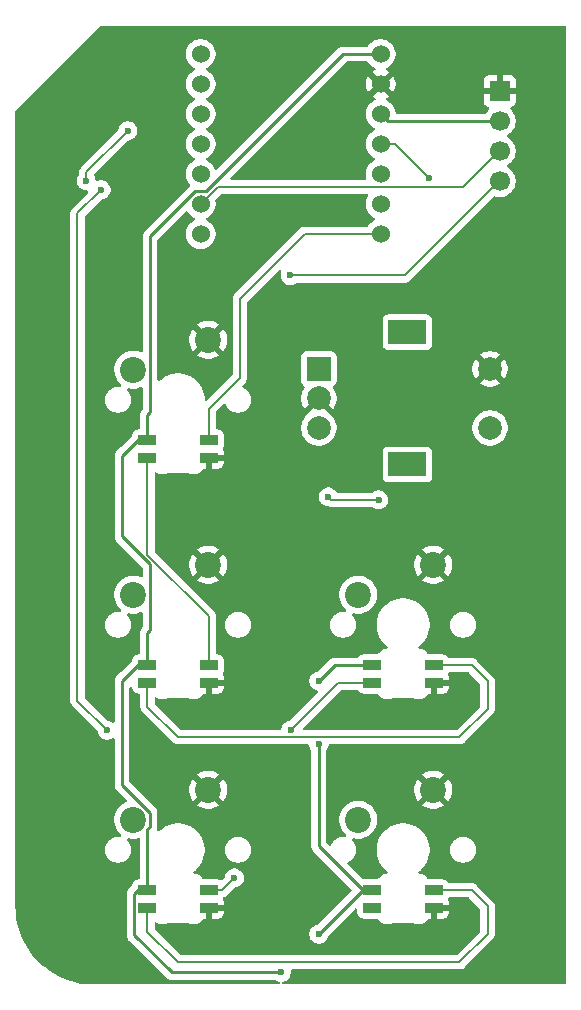
<source format=gbr>
%TF.GenerationSoftware,KiCad,Pcbnew,9.0.7*%
%TF.CreationDate,2026-01-29T22:12:25-06:00*%
%TF.ProjectId,macropad,6d616372-6f70-4616-942e-6b696361645f,rev?*%
%TF.SameCoordinates,Original*%
%TF.FileFunction,Copper,L2,Bot*%
%TF.FilePolarity,Positive*%
%FSLAX46Y46*%
G04 Gerber Fmt 4.6, Leading zero omitted, Abs format (unit mm)*
G04 Created by KiCad (PCBNEW 9.0.7) date 2026-01-29 22:12:25*
%MOMM*%
%LPD*%
G01*
G04 APERTURE LIST*
G04 Aperture macros list*
%AMRoundRect*
0 Rectangle with rounded corners*
0 $1 Rounding radius*
0 $2 $3 $4 $5 $6 $7 $8 $9 X,Y pos of 4 corners*
0 Add a 4 corners polygon primitive as box body*
4,1,4,$2,$3,$4,$5,$6,$7,$8,$9,$2,$3,0*
0 Add four circle primitives for the rounded corners*
1,1,$1+$1,$2,$3*
1,1,$1+$1,$4,$5*
1,1,$1+$1,$6,$7*
1,1,$1+$1,$8,$9*
0 Add four rect primitives between the rounded corners*
20,1,$1+$1,$2,$3,$4,$5,0*
20,1,$1+$1,$4,$5,$6,$7,0*
20,1,$1+$1,$6,$7,$8,$9,0*
20,1,$1+$1,$8,$9,$2,$3,0*%
G04 Aperture macros list end*
%TA.AperFunction,SMDPad,CuDef*%
%ADD10RoundRect,0.082000X-0.718000X0.328000X-0.718000X-0.328000X0.718000X-0.328000X0.718000X0.328000X0*%
%TD*%
%TA.AperFunction,ComponentPad*%
%ADD11C,2.200000*%
%TD*%
%TA.AperFunction,ComponentPad*%
%ADD12R,1.700000X1.700000*%
%TD*%
%TA.AperFunction,ComponentPad*%
%ADD13C,1.700000*%
%TD*%
%TA.AperFunction,ComponentPad*%
%ADD14C,1.524000*%
%TD*%
%TA.AperFunction,ComponentPad*%
%ADD15R,2.000000X2.000000*%
%TD*%
%TA.AperFunction,ComponentPad*%
%ADD16C,2.000000*%
%TD*%
%TA.AperFunction,ComponentPad*%
%ADD17R,3.200000X2.000000*%
%TD*%
%TA.AperFunction,ViaPad*%
%ADD18C,0.600000*%
%TD*%
%TA.AperFunction,Conductor*%
%ADD19C,0.250000*%
%TD*%
%TA.AperFunction,Conductor*%
%ADD20C,0.200000*%
%TD*%
G04 APERTURE END LIST*
D10*
%TO.P,D4,1,VDD*%
%TO.N,+5V*%
X135512501Y-146289358D03*
%TO.P,D4,2,DOUT*%
%TO.N,Net-(D4-DOUT)*%
X135512501Y-147789358D03*
%TO.P,D4,3,VSS*%
%TO.N,GND*%
X140712501Y-147789358D03*
%TO.P,D4,4,DIN*%
%TO.N,Net-(D3-DOUT)*%
X140712501Y-146289358D03*
%TD*%
D11*
%TO.P,SW5,1,1*%
%TO.N,GND*%
X159702500Y-137795000D03*
%TO.P,SW5,2,2*%
%TO.N,Net-(U1-GPIO27{slash}ADC1{slash}A1)*%
X153352500Y-140335000D03*
%TD*%
D12*
%TO.P,J1,1,Pin_1*%
%TO.N,GND*%
X165337500Y-78630000D03*
D13*
%TO.P,J1,2,Pin_2*%
%TO.N,+3V3*%
X165337500Y-81170000D03*
%TO.P,J1,3,Pin_3*%
%TO.N,SCL*%
X165337500Y-83710000D03*
%TO.P,J1,4,Pin_4*%
%TO.N,SDA*%
X165337500Y-86250000D03*
%TD*%
D11*
%TO.P,SW3,1,1*%
%TO.N,GND*%
X159702500Y-118745000D03*
%TO.P,SW3,2,2*%
%TO.N,Net-(U1-GPIO28{slash}ADC2{slash}A2)*%
X153352500Y-121285000D03*
%TD*%
D10*
%TO.P,D5,1,VDD*%
%TO.N,+5V*%
X154562501Y-146289358D03*
%TO.P,D5,2,DOUT*%
%TO.N,unconnected-(D5-DOUT-Pad2)*%
X154562501Y-147789358D03*
%TO.P,D5,3,VSS*%
%TO.N,GND*%
X159762501Y-147789358D03*
%TO.P,D5,4,DIN*%
%TO.N,Net-(D4-DOUT)*%
X159762501Y-146289358D03*
%TD*%
D14*
%TO.P,U1,1,GPIO26/ADC0/A0*%
%TO.N,Net-(U1-GPIO26{slash}ADC0{slash}A0)*%
X140017500Y-75510000D03*
%TO.P,U1,2,GPIO27/ADC1/A1*%
%TO.N,Net-(U1-GPIO27{slash}ADC1{slash}A1)*%
X140017500Y-78050000D03*
%TO.P,U1,3,GPIO28/ADC2/A2*%
%TO.N,Net-(U1-GPIO28{slash}ADC2{slash}A2)*%
X140017500Y-80590000D03*
%TO.P,U1,4,GPIO29/ADC3/A3*%
%TO.N,Net-(U1-GPIO29{slash}ADC3{slash}A3)*%
X140017500Y-83130000D03*
%TO.P,U1,5,GPIO6/SDA*%
%TO.N,Net-(U1-GPIO6{slash}SDA)*%
X140017500Y-85670000D03*
%TO.P,U1,6,GPIO7/SCL*%
%TO.N,SCL*%
X140017500Y-88210000D03*
%TO.P,U1,7,GPIO0/TX*%
%TO.N,SDA*%
X140017500Y-90750000D03*
%TO.P,U1,8,GPIO1/RX*%
%TO.N,Net-(D1-DIN)*%
X155257500Y-90750000D03*
%TO.P,U1,9,GPIO2/SCK*%
%TO.N,Net-(U1-GPIO2{slash}SCK)*%
X155257500Y-88210000D03*
%TO.P,U1,10,GPIO4/MISO*%
%TO.N,Net-(U1-GPIO4{slash}MISO)*%
X155257500Y-85670000D03*
%TO.P,U1,11,GPIO3/MOSI*%
%TO.N,Net-(U1-GPIO3{slash}MOSI)*%
X155257500Y-83130000D03*
%TO.P,U1,12,3V3*%
%TO.N,+3V3*%
X155257500Y-80590000D03*
%TO.P,U1,13,GND*%
%TO.N,GND*%
X155257500Y-78050000D03*
%TO.P,U1,14,VBUS*%
%TO.N,+5V*%
X155257500Y-75510000D03*
%TD*%
D11*
%TO.P,SW2,1,1*%
%TO.N,GND*%
X140652500Y-118745000D03*
%TO.P,SW2,2,2*%
%TO.N,Net-(U1-GPIO29{slash}ADC3{slash}A3)*%
X134302500Y-121285000D03*
%TD*%
D10*
%TO.P,D2,1,VDD*%
%TO.N,+5V*%
X135512501Y-127239358D03*
%TO.P,D2,2,DOUT*%
%TO.N,Net-(D2-DOUT)*%
X135512501Y-128739358D03*
%TO.P,D2,3,VSS*%
%TO.N,GND*%
X140712501Y-128739358D03*
%TO.P,D2,4,DIN*%
%TO.N,Net-(D1-DOUT)*%
X140712501Y-127239358D03*
%TD*%
%TO.P,D1,1,VDD*%
%TO.N,+5V*%
X135512501Y-108189358D03*
%TO.P,D1,2,DOUT*%
%TO.N,Net-(D1-DOUT)*%
X135512501Y-109689358D03*
%TO.P,D1,3,VSS*%
%TO.N,GND*%
X140712501Y-109689358D03*
%TO.P,D1,4,DIN*%
%TO.N,Net-(D1-DIN)*%
X140712501Y-108189358D03*
%TD*%
%TO.P,D3,1,VDD*%
%TO.N,+5V*%
X154562501Y-127239358D03*
%TO.P,D3,2,DOUT*%
%TO.N,Net-(D3-DOUT)*%
X154562501Y-128739358D03*
%TO.P,D3,3,VSS*%
%TO.N,GND*%
X159762501Y-128739358D03*
%TO.P,D3,4,DIN*%
%TO.N,Net-(D2-DOUT)*%
X159762501Y-127239358D03*
%TD*%
D11*
%TO.P,SW4,1,1*%
%TO.N,GND*%
X140652500Y-137795000D03*
%TO.P,SW4,2,2*%
%TO.N,Net-(U1-GPIO26{slash}ADC0{slash}A0)*%
X134302500Y-140335000D03*
%TD*%
D15*
%TO.P,SW6,A,A*%
%TO.N,Net-(U1-GPIO2{slash}SCK)*%
X150018750Y-102156250D03*
D16*
%TO.P,SW6,B,B*%
%TO.N,Net-(U1-GPIO3{slash}MOSI)*%
X150018750Y-107156250D03*
%TO.P,SW6,C,C*%
%TO.N,GND*%
X150018750Y-104656250D03*
D17*
%TO.P,SW6,MP*%
%TO.N,N/C*%
X157518750Y-99056250D03*
X157518750Y-110256250D03*
D16*
%TO.P,SW6,S1,S1*%
%TO.N,Net-(U1-GPIO4{slash}MISO)*%
X164518750Y-107156250D03*
%TO.P,SW6,S2,S2*%
%TO.N,GND*%
X164518750Y-102156250D03*
%TD*%
D11*
%TO.P,SW1,1,1*%
%TO.N,GND*%
X140652500Y-99695000D03*
%TO.P,SW1,2,2*%
%TO.N,Net-(U1-GPIO6{slash}SDA)*%
X134302500Y-102235000D03*
%TD*%
D18*
%TO.N,GND*%
X159087500Y-132000000D03*
%TO.N,+5V*%
X146837500Y-153250000D03*
X150018750Y-150018750D03*
X150018750Y-133950000D03*
X150018750Y-128587500D03*
%TO.N,Net-(D3-DOUT)*%
X147637500Y-132750000D03*
X142875000Y-145256250D03*
%TO.N,Net-(U1-GPIO27{slash}ADC1{slash}A1)*%
X133837500Y-82000000D03*
X130336500Y-86250000D03*
%TO.N,Net-(U1-GPIO28{slash}ADC2{slash}A2)*%
X132087500Y-132750000D03*
X131587500Y-87000000D03*
%TO.N,Net-(U1-GPIO3{slash}MOSI)*%
X155087500Y-113250000D03*
X150837500Y-113000000D03*
X159337500Y-86000000D03*
%TO.N,SDA*%
X147587500Y-94250000D03*
%TD*%
D19*
%TO.N,GND*%
X159087500Y-132000000D02*
X159762501Y-131324999D01*
X159762501Y-131324999D02*
X159762501Y-128739358D01*
%TO.N,+5V*%
X135512501Y-127239358D02*
X134712501Y-127239358D01*
X153748142Y-146289358D02*
X154562501Y-146289358D01*
X135728500Y-140925669D02*
X135512501Y-141141668D01*
X137555250Y-153250000D02*
X146837500Y-153250000D01*
X135512501Y-141141668D02*
X135512501Y-146289358D01*
X150018750Y-128587500D02*
X151366892Y-127239358D01*
X134712501Y-146289358D02*
X134386501Y-146615358D01*
X134698142Y-108189358D02*
X135512501Y-108189358D01*
X133350000Y-116340138D02*
X133350000Y-109537500D01*
X140468165Y-87122000D02*
X139566835Y-87122000D01*
X151366892Y-127239358D02*
X154562501Y-127239358D01*
X135728500Y-139744331D02*
X135728500Y-140925669D01*
X150018750Y-150018750D02*
X153748142Y-146289358D01*
X152080165Y-75510000D02*
X140468165Y-87122000D01*
X134386501Y-150081251D02*
X137555250Y-153250000D01*
X135736500Y-105851000D02*
X135512501Y-106074999D01*
X133350000Y-137365831D02*
X135728500Y-139744331D01*
X135731250Y-124292921D02*
X135731250Y-118721388D01*
X133350000Y-109537500D02*
X134698142Y-108189358D01*
X135512501Y-146289358D02*
X134712501Y-146289358D01*
X133350000Y-128601859D02*
X133350000Y-137365831D01*
X155257500Y-75510000D02*
X152080165Y-75510000D01*
X139566835Y-87122000D02*
X135736500Y-90952335D01*
X135736500Y-90952335D02*
X135736500Y-105851000D01*
X150018750Y-142545607D02*
X150018750Y-133950000D01*
X153762501Y-146289358D02*
X150018750Y-142545607D01*
X135512501Y-124511670D02*
X135731250Y-124292921D01*
X135512501Y-106074999D02*
X135512501Y-108189358D01*
X134712501Y-127239358D02*
X133350000Y-128601859D01*
X134386501Y-146615358D02*
X134386501Y-150081251D01*
X135731250Y-118721388D02*
X133350000Y-116340138D01*
X135512501Y-127239358D02*
X135512501Y-124511670D01*
X154562501Y-146289358D02*
X153762501Y-146289358D01*
D20*
%TO.N,Net-(D1-DIN)*%
X143337500Y-102931530D02*
X140712501Y-105556529D01*
X148837500Y-90750000D02*
X143337500Y-96250000D01*
X155257500Y-90750000D02*
X148837500Y-90750000D01*
X143337500Y-96250000D02*
X143337500Y-102931530D01*
X140712501Y-105556529D02*
X140712501Y-108189358D01*
%TO.N,Net-(D1-DOUT)*%
X135512501Y-109689358D02*
X135512501Y-117900185D01*
X135512501Y-117900185D02*
X140712501Y-123100185D01*
X140712501Y-123100185D02*
X140712501Y-127239358D01*
%TO.N,Net-(D2-DOUT)*%
X162958108Y-127239358D02*
X159762501Y-127239358D01*
X138112500Y-133350000D02*
X161925000Y-133350000D01*
X164306250Y-128587500D02*
X162958108Y-127239358D01*
X161925000Y-133350000D02*
X164306250Y-130968750D01*
X135512501Y-130750001D02*
X138112500Y-133350000D01*
X135512501Y-128739358D02*
X135512501Y-130750001D01*
X164306250Y-130968750D02*
X164306250Y-128587500D01*
%TO.N,Net-(D3-DOUT)*%
X142875000Y-145256250D02*
X141841892Y-146289358D01*
X141841892Y-146289358D02*
X140712501Y-146289358D01*
X154562501Y-128739358D02*
X151648142Y-128739358D01*
X151648142Y-128739358D02*
X147637500Y-132750000D01*
%TO.N,Net-(D4-DOUT)*%
X164306250Y-147637500D02*
X162958108Y-146289358D01*
X164306250Y-150018750D02*
X164306250Y-147637500D01*
X162958108Y-146289358D02*
X159762501Y-146289358D01*
X161925000Y-152400000D02*
X164306250Y-150018750D01*
X135512501Y-149800001D02*
X138112500Y-152400000D01*
X135512501Y-147789358D02*
X135512501Y-149800001D01*
X138112500Y-152400000D02*
X161925000Y-152400000D01*
%TO.N,Net-(U1-GPIO27{slash}ADC1{slash}A1)*%
X130336500Y-85501000D02*
X133837500Y-82000000D01*
X130336500Y-86250000D02*
X130336500Y-85501000D01*
%TO.N,Net-(U1-GPIO28{slash}ADC2{slash}A2)*%
X129587500Y-130250000D02*
X132087500Y-132750000D01*
X129587500Y-89000000D02*
X129587500Y-130250000D01*
X131587500Y-87000000D02*
X129587500Y-89000000D01*
%TO.N,Net-(U1-GPIO3{slash}MOSI)*%
X151087500Y-113250000D02*
X150837500Y-113000000D01*
X155257500Y-83130000D02*
X156467500Y-83130000D01*
X155087500Y-113250000D02*
X151087500Y-113250000D01*
X156467500Y-83130000D02*
X159337500Y-86000000D01*
%TO.N,SCL*%
X141494500Y-86733000D02*
X162266000Y-86733000D01*
X140017500Y-88210000D02*
X141494500Y-86733000D01*
X162266000Y-86733000D02*
X165252500Y-83746500D01*
%TO.N,SDA*%
X157289000Y-94250000D02*
X147587500Y-94250000D01*
X165252500Y-86286500D02*
X157289000Y-94250000D01*
D19*
%TO.N,+3V3*%
X155874000Y-81206500D02*
X155257500Y-80590000D01*
X165252500Y-81206500D02*
X155874000Y-81206500D01*
%TD*%
%TA.AperFunction,Conductor*%
%TO.N,GND*%
G36*
X170892539Y-73109185D02*
G01*
X170938294Y-73161989D01*
X170949500Y-73213500D01*
X170949500Y-154156750D01*
X170929815Y-154223789D01*
X170877011Y-154269544D01*
X170825500Y-154280750D01*
X147017791Y-154280750D01*
X146950752Y-154261065D01*
X146904997Y-154208261D01*
X146895053Y-154139103D01*
X146924078Y-154075547D01*
X146982856Y-154037773D01*
X146993599Y-154035133D01*
X147048643Y-154024183D01*
X147070997Y-154019737D01*
X147216679Y-153959394D01*
X147347789Y-153871789D01*
X147459289Y-153760289D01*
X147546894Y-153629179D01*
X147607237Y-153483497D01*
X147638000Y-153328842D01*
X147638000Y-153171158D01*
X147633531Y-153148690D01*
X147639760Y-153079099D01*
X147682623Y-153023922D01*
X147748513Y-153000678D01*
X147755149Y-153000500D01*
X161838331Y-153000500D01*
X161838347Y-153000501D01*
X161845943Y-153000501D01*
X162004054Y-153000501D01*
X162004057Y-153000501D01*
X162156785Y-152959577D01*
X162206904Y-152930639D01*
X162293716Y-152880520D01*
X162405520Y-152768716D01*
X162405520Y-152768714D01*
X162415728Y-152758507D01*
X162415730Y-152758504D01*
X164664756Y-150509478D01*
X164664761Y-150509474D01*
X164674964Y-150499270D01*
X164674966Y-150499270D01*
X164786770Y-150387466D01*
X164858225Y-150263702D01*
X164865827Y-150250535D01*
X164906751Y-150097807D01*
X164906751Y-149939693D01*
X164906751Y-149932098D01*
X164906750Y-149932080D01*
X164906750Y-147726560D01*
X164906751Y-147726547D01*
X164906751Y-147558444D01*
X164901637Y-147539358D01*
X164865827Y-147405716D01*
X164810235Y-147309427D01*
X164786774Y-147268790D01*
X164786768Y-147268782D01*
X163445698Y-145927713D01*
X163445696Y-145927710D01*
X163326825Y-145808839D01*
X163326824Y-145808838D01*
X163213276Y-145743281D01*
X163213276Y-145743280D01*
X163213271Y-145743279D01*
X163205113Y-145738568D01*
X163189894Y-145729781D01*
X163151711Y-145719550D01*
X163037165Y-145688857D01*
X162879051Y-145688857D01*
X162871455Y-145688857D01*
X162871439Y-145688858D01*
X161066779Y-145688858D01*
X160999740Y-145669173D01*
X160968403Y-145640344D01*
X160957454Y-145626075D01*
X160895945Y-145545914D01*
X160781707Y-145458257D01*
X160774263Y-145452545D01*
X160632564Y-145393851D01*
X160632562Y-145393850D01*
X160518679Y-145378858D01*
X160518678Y-145378858D01*
X159381087Y-145378858D01*
X159314048Y-145359173D01*
X159281887Y-145329258D01*
X159207078Y-145229511D01*
X159183243Y-145207515D01*
X159072881Y-145105669D01*
X159072878Y-145105667D01*
X159072877Y-145105666D01*
X158918492Y-145008170D01*
X158912300Y-145005688D01*
X158749000Y-144940226D01*
X158748999Y-144940225D01*
X158748995Y-144940224D01*
X158570010Y-144904085D01*
X158566460Y-144903700D01*
X158564908Y-144903055D01*
X158564476Y-144902968D01*
X158564493Y-144902882D01*
X158501937Y-144876894D01*
X158462149Y-144819460D01*
X158459729Y-144749632D01*
X158495445Y-144689581D01*
X158504359Y-144682049D01*
X158566374Y-144634463D01*
X158649542Y-144570646D01*
X158858146Y-144362042D01*
X159037738Y-144127994D01*
X159185243Y-143872507D01*
X159298139Y-143599952D01*
X159374493Y-143314993D01*
X159413000Y-143022506D01*
X159413000Y-142788389D01*
X161142000Y-142788389D01*
X161142000Y-142961611D01*
X161169098Y-143132701D01*
X161222627Y-143297445D01*
X161301268Y-143451788D01*
X161403086Y-143591928D01*
X161525572Y-143714414D01*
X161665712Y-143816232D01*
X161820055Y-143894873D01*
X161984799Y-143948402D01*
X162155889Y-143975500D01*
X162155890Y-143975500D01*
X162329110Y-143975500D01*
X162329111Y-143975500D01*
X162500201Y-143948402D01*
X162664945Y-143894873D01*
X162819288Y-143816232D01*
X162959428Y-143714414D01*
X163081914Y-143591928D01*
X163183732Y-143451788D01*
X163262373Y-143297445D01*
X163315902Y-143132701D01*
X163343000Y-142961611D01*
X163343000Y-142788389D01*
X163315902Y-142617299D01*
X163262373Y-142452555D01*
X163183732Y-142298212D01*
X163081914Y-142158072D01*
X162959428Y-142035586D01*
X162819288Y-141933768D01*
X162664945Y-141855127D01*
X162500201Y-141801598D01*
X162500199Y-141801597D01*
X162500198Y-141801597D01*
X162368771Y-141780781D01*
X162329111Y-141774500D01*
X162155889Y-141774500D01*
X162116228Y-141780781D01*
X161984802Y-141801597D01*
X161820052Y-141855128D01*
X161665711Y-141933768D01*
X161608789Y-141975125D01*
X161525572Y-142035586D01*
X161525570Y-142035588D01*
X161525569Y-142035588D01*
X161403088Y-142158069D01*
X161403088Y-142158070D01*
X161403086Y-142158072D01*
X161359359Y-142218256D01*
X161301268Y-142298211D01*
X161222628Y-142452552D01*
X161169097Y-142617302D01*
X161151555Y-142728058D01*
X161142000Y-142788389D01*
X159413000Y-142788389D01*
X159413000Y-142727494D01*
X159374493Y-142435007D01*
X159298139Y-142150048D01*
X159185243Y-141877493D01*
X159156638Y-141827948D01*
X159037738Y-141622006D01*
X158858147Y-141387959D01*
X158858141Y-141387952D01*
X158649547Y-141179358D01*
X158649540Y-141179352D01*
X158415493Y-140999761D01*
X158160010Y-140852258D01*
X158160000Y-140852254D01*
X157887461Y-140739364D01*
X157887454Y-140739362D01*
X157887452Y-140739361D01*
X157602493Y-140663007D01*
X157553613Y-140656571D01*
X157310013Y-140624500D01*
X157310006Y-140624500D01*
X157014994Y-140624500D01*
X157014986Y-140624500D01*
X156736585Y-140661153D01*
X156722507Y-140663007D01*
X156547928Y-140709785D01*
X156437548Y-140739361D01*
X156437538Y-140739364D01*
X156164999Y-140852254D01*
X156164989Y-140852258D01*
X155909506Y-140999761D01*
X155675459Y-141179352D01*
X155675452Y-141179358D01*
X155466858Y-141387952D01*
X155466852Y-141387959D01*
X155287261Y-141622006D01*
X155139758Y-141877489D01*
X155139754Y-141877499D01*
X155026864Y-142150038D01*
X155026861Y-142150048D01*
X154950508Y-142435004D01*
X154950506Y-142435015D01*
X154912000Y-142727486D01*
X154912000Y-143022513D01*
X154944071Y-143266113D01*
X154950507Y-143314993D01*
X155024712Y-143591930D01*
X155026861Y-143599951D01*
X155026864Y-143599961D01*
X155139754Y-143872500D01*
X155139758Y-143872510D01*
X155287261Y-144127993D01*
X155466852Y-144362040D01*
X155466858Y-144362047D01*
X155675452Y-144570641D01*
X155675459Y-144570647D01*
X155820749Y-144682132D01*
X155861952Y-144738560D01*
X155866107Y-144808306D01*
X155831895Y-144869226D01*
X155770178Y-144901979D01*
X155758654Y-144903783D01*
X155754996Y-144904180D01*
X155576033Y-144940315D01*
X155576028Y-144940316D01*
X155406553Y-145008253D01*
X155252180Y-145105741D01*
X155252171Y-145105748D01*
X155117999Y-145229565D01*
X155072272Y-145290535D01*
X155043231Y-145329258D01*
X154987262Y-145371078D01*
X154944032Y-145378858D01*
X153806320Y-145378858D01*
X153806316Y-145378859D01*
X153805307Y-145378992D01*
X153805006Y-145378945D01*
X153802279Y-145379124D01*
X153802238Y-145378512D01*
X153736273Y-145368213D01*
X153701465Y-145343731D01*
X152457572Y-144099838D01*
X152424087Y-144038515D01*
X152429071Y-143968823D01*
X152470943Y-143912890D01*
X152500743Y-143897437D01*
X152500452Y-143896734D01*
X152504935Y-143894876D01*
X152504945Y-143894873D01*
X152659288Y-143816232D01*
X152799428Y-143714414D01*
X152921914Y-143591928D01*
X153023732Y-143451788D01*
X153102373Y-143297445D01*
X153155902Y-143132701D01*
X153183000Y-142961611D01*
X153183000Y-142788389D01*
X153155902Y-142617299D01*
X153102373Y-142452555D01*
X153023732Y-142298212D01*
X152921914Y-142158072D01*
X152869982Y-142106140D01*
X152836497Y-142044817D01*
X152841481Y-141975125D01*
X152883353Y-141919192D01*
X152948817Y-141894775D01*
X152977061Y-141895986D01*
X152977712Y-141896089D01*
X152977715Y-141896090D01*
X153226538Y-141935500D01*
X153226539Y-141935500D01*
X153478461Y-141935500D01*
X153478462Y-141935500D01*
X153727285Y-141896090D01*
X153966879Y-141818241D01*
X154191345Y-141703870D01*
X154395156Y-141555793D01*
X154573293Y-141377656D01*
X154721370Y-141173845D01*
X154835741Y-140949379D01*
X154913590Y-140709785D01*
X154953000Y-140460962D01*
X154953000Y-140209038D01*
X154913590Y-139960215D01*
X154835741Y-139720621D01*
X154835739Y-139720618D01*
X154835739Y-139720616D01*
X154794247Y-139639184D01*
X154721370Y-139496155D01*
X154619253Y-139355602D01*
X154573298Y-139292350D01*
X154573294Y-139292345D01*
X154395154Y-139114205D01*
X154395149Y-139114201D01*
X154191348Y-138966132D01*
X154191347Y-138966131D01*
X154191345Y-138966130D01*
X154121247Y-138930413D01*
X153966883Y-138851760D01*
X153727285Y-138773910D01*
X153478462Y-138734500D01*
X153226538Y-138734500D01*
X153102126Y-138754205D01*
X152977714Y-138773910D01*
X152738116Y-138851760D01*
X152513651Y-138966132D01*
X152309850Y-139114201D01*
X152309845Y-139114205D01*
X152131705Y-139292345D01*
X152131701Y-139292350D01*
X151983632Y-139496151D01*
X151869260Y-139720616D01*
X151791410Y-139960214D01*
X151752000Y-140209038D01*
X151752000Y-140460961D01*
X151791410Y-140709785D01*
X151869260Y-140949383D01*
X151894930Y-140999762D01*
X151975672Y-141158227D01*
X151983632Y-141173848D01*
X152131701Y-141377649D01*
X152131705Y-141377654D01*
X152131707Y-141377656D01*
X152309844Y-141555793D01*
X152309845Y-141555794D01*
X152309844Y-141555794D01*
X152316161Y-141560383D01*
X152358827Y-141615714D01*
X152364805Y-141685327D01*
X152332199Y-141747122D01*
X152271360Y-141781479D01*
X152223878Y-141783174D01*
X152169111Y-141774500D01*
X151995889Y-141774500D01*
X151956228Y-141780781D01*
X151824802Y-141801597D01*
X151660052Y-141855128D01*
X151505711Y-141933768D01*
X151448789Y-141975125D01*
X151365572Y-142035586D01*
X151365570Y-142035588D01*
X151365569Y-142035588D01*
X151243088Y-142158069D01*
X151243088Y-142158070D01*
X151243086Y-142158072D01*
X151199359Y-142218256D01*
X151141268Y-142298211D01*
X151062626Y-142452556D01*
X151060766Y-142457048D01*
X151059273Y-142456429D01*
X151023806Y-142508265D01*
X150959438Y-142535443D01*
X150890596Y-142523507D01*
X150857661Y-142499928D01*
X150814781Y-142457048D01*
X150680569Y-142322835D01*
X150647084Y-142261512D01*
X150644250Y-142235154D01*
X150644250Y-137669071D01*
X158102500Y-137669071D01*
X158102500Y-137920928D01*
X158141897Y-138169669D01*
X158219719Y-138409184D01*
X158334057Y-138633583D01*
X158408248Y-138735697D01*
X158408248Y-138735698D01*
X159024921Y-138119024D01*
X159037859Y-138150258D01*
X159119937Y-138273097D01*
X159224403Y-138377563D01*
X159347242Y-138459641D01*
X159378474Y-138472577D01*
X158761800Y-139089250D01*
X158863916Y-139163442D01*
X159088315Y-139277780D01*
X159327830Y-139355602D01*
X159576572Y-139395000D01*
X159828428Y-139395000D01*
X160077169Y-139355602D01*
X160316684Y-139277780D01*
X160541075Y-139163446D01*
X160541081Y-139163442D01*
X160643197Y-139089250D01*
X160643198Y-139089250D01*
X160026525Y-138472578D01*
X160057758Y-138459641D01*
X160180597Y-138377563D01*
X160285063Y-138273097D01*
X160367141Y-138150258D01*
X160380078Y-138119025D01*
X160996750Y-138735698D01*
X160996750Y-138735697D01*
X161070942Y-138633581D01*
X161070946Y-138633575D01*
X161185280Y-138409184D01*
X161263102Y-138169669D01*
X161302500Y-137920928D01*
X161302500Y-137669071D01*
X161263102Y-137420330D01*
X161185280Y-137180815D01*
X161070942Y-136956416D01*
X160996750Y-136854301D01*
X160996750Y-136854300D01*
X160380077Y-137470973D01*
X160367141Y-137439742D01*
X160285063Y-137316903D01*
X160180597Y-137212437D01*
X160057758Y-137130359D01*
X160026524Y-137117421D01*
X160643198Y-136500748D01*
X160541083Y-136426557D01*
X160316684Y-136312219D01*
X160077169Y-136234397D01*
X159828428Y-136195000D01*
X159576572Y-136195000D01*
X159327830Y-136234397D01*
X159088315Y-136312219D01*
X158863913Y-136426559D01*
X158761801Y-136500747D01*
X158761800Y-136500748D01*
X159378474Y-137117421D01*
X159347242Y-137130359D01*
X159224403Y-137212437D01*
X159119937Y-137316903D01*
X159037859Y-137439742D01*
X159024921Y-137470974D01*
X158408248Y-136854300D01*
X158408247Y-136854301D01*
X158334059Y-136956413D01*
X158219719Y-137180815D01*
X158141897Y-137420330D01*
X158102500Y-137669071D01*
X150644250Y-137669071D01*
X150644250Y-134492350D01*
X150663935Y-134425311D01*
X150665148Y-134423459D01*
X150665559Y-134422843D01*
X150728144Y-134329179D01*
X150788487Y-134183497D01*
X150793255Y-134159524D01*
X150814981Y-134050308D01*
X150847366Y-133988397D01*
X150908082Y-133953823D01*
X150936598Y-133950500D01*
X161838331Y-133950500D01*
X161838347Y-133950501D01*
X161845943Y-133950501D01*
X162004054Y-133950501D01*
X162004057Y-133950501D01*
X162156785Y-133909577D01*
X162223328Y-133871158D01*
X162223332Y-133871156D01*
X162293709Y-133830524D01*
X162293708Y-133830524D01*
X162293716Y-133830520D01*
X162405520Y-133718716D01*
X162405520Y-133718714D01*
X162415724Y-133708511D01*
X162415728Y-133708506D01*
X164664756Y-131459478D01*
X164664761Y-131459474D01*
X164674964Y-131449270D01*
X164674966Y-131449270D01*
X164786770Y-131337466D01*
X164848514Y-131230521D01*
X164865827Y-131200535D01*
X164906751Y-131047807D01*
X164906751Y-130889693D01*
X164906751Y-130882098D01*
X164906750Y-130882080D01*
X164906750Y-128676560D01*
X164906751Y-128676547D01*
X164906751Y-128508444D01*
X164901637Y-128489358D01*
X164865827Y-128355716D01*
X164810235Y-128259427D01*
X164786774Y-128218790D01*
X164786768Y-128218782D01*
X163445698Y-126877713D01*
X163445696Y-126877710D01*
X163326825Y-126758839D01*
X163326824Y-126758838D01*
X163213276Y-126693281D01*
X163213276Y-126693280D01*
X163213271Y-126693279D01*
X163199007Y-126685043D01*
X163189894Y-126679781D01*
X163151711Y-126669550D01*
X163037165Y-126638857D01*
X162879051Y-126638857D01*
X162871455Y-126638857D01*
X162871439Y-126638858D01*
X161066779Y-126638858D01*
X160999740Y-126619173D01*
X160968403Y-126590344D01*
X160949220Y-126565344D01*
X160895945Y-126495914D01*
X160774264Y-126402546D01*
X160774263Y-126402545D01*
X160632564Y-126343851D01*
X160632562Y-126343850D01*
X160518679Y-126328858D01*
X160518678Y-126328858D01*
X159381087Y-126328858D01*
X159314048Y-126309173D01*
X159281887Y-126279258D01*
X159207078Y-126179511D01*
X159207073Y-126179506D01*
X159072881Y-126055669D01*
X159072878Y-126055667D01*
X159072877Y-126055666D01*
X158918492Y-125958170D01*
X158912300Y-125955688D01*
X158749000Y-125890226D01*
X158748999Y-125890225D01*
X158748995Y-125890224D01*
X158570010Y-125854085D01*
X158566460Y-125853700D01*
X158564908Y-125853055D01*
X158564476Y-125852968D01*
X158564493Y-125852882D01*
X158501937Y-125826894D01*
X158462149Y-125769460D01*
X158459729Y-125699632D01*
X158495445Y-125639581D01*
X158504359Y-125632049D01*
X158649542Y-125520646D01*
X158858146Y-125312042D01*
X159037738Y-125077994D01*
X159185243Y-124822507D01*
X159298139Y-124549952D01*
X159374493Y-124264993D01*
X159413000Y-123972506D01*
X159413000Y-123738389D01*
X161142000Y-123738389D01*
X161142000Y-123911610D01*
X161163840Y-124049507D01*
X161169098Y-124082701D01*
X161222627Y-124247445D01*
X161301268Y-124401788D01*
X161403086Y-124541928D01*
X161525572Y-124664414D01*
X161665712Y-124766232D01*
X161820055Y-124844873D01*
X161984799Y-124898402D01*
X162155889Y-124925500D01*
X162155890Y-124925500D01*
X162329110Y-124925500D01*
X162329111Y-124925500D01*
X162500201Y-124898402D01*
X162664945Y-124844873D01*
X162819288Y-124766232D01*
X162959428Y-124664414D01*
X163081914Y-124541928D01*
X163183732Y-124401788D01*
X163262373Y-124247445D01*
X163315902Y-124082701D01*
X163343000Y-123911611D01*
X163343000Y-123738389D01*
X163315902Y-123567299D01*
X163262373Y-123402555D01*
X163183732Y-123248212D01*
X163081914Y-123108072D01*
X162959428Y-122985586D01*
X162819288Y-122883768D01*
X162664945Y-122805127D01*
X162500201Y-122751598D01*
X162500199Y-122751597D01*
X162500198Y-122751597D01*
X162368771Y-122730781D01*
X162329111Y-122724500D01*
X162155889Y-122724500D01*
X162116228Y-122730781D01*
X161984802Y-122751597D01*
X161820052Y-122805128D01*
X161665711Y-122883768D01*
X161608789Y-122925125D01*
X161525572Y-122985586D01*
X161525570Y-122985588D01*
X161525569Y-122985588D01*
X161403088Y-123108069D01*
X161403088Y-123108070D01*
X161403086Y-123108072D01*
X161359359Y-123168256D01*
X161301268Y-123248211D01*
X161222628Y-123402552D01*
X161169097Y-123567302D01*
X161142000Y-123738389D01*
X159413000Y-123738389D01*
X159413000Y-123677494D01*
X159374493Y-123385007D01*
X159298139Y-123100048D01*
X159185243Y-122827493D01*
X159141065Y-122750975D01*
X159037738Y-122572006D01*
X158858147Y-122337959D01*
X158858141Y-122337952D01*
X158649547Y-122129358D01*
X158649540Y-122129352D01*
X158415493Y-121949761D01*
X158160010Y-121802258D01*
X158160000Y-121802254D01*
X157887461Y-121689364D01*
X157887454Y-121689362D01*
X157887452Y-121689361D01*
X157602493Y-121613007D01*
X157553613Y-121606571D01*
X157310013Y-121574500D01*
X157310006Y-121574500D01*
X157014994Y-121574500D01*
X157014986Y-121574500D01*
X156736585Y-121611153D01*
X156722507Y-121613007D01*
X156547928Y-121659785D01*
X156437548Y-121689361D01*
X156437538Y-121689364D01*
X156164999Y-121802254D01*
X156164989Y-121802258D01*
X155909506Y-121949761D01*
X155675459Y-122129352D01*
X155675452Y-122129358D01*
X155466858Y-122337952D01*
X155466852Y-122337959D01*
X155287261Y-122572006D01*
X155139758Y-122827489D01*
X155139754Y-122827499D01*
X155026864Y-123100038D01*
X155026861Y-123100048D01*
X154950508Y-123385004D01*
X154950506Y-123385015D01*
X154912000Y-123677486D01*
X154912000Y-123972513D01*
X154930488Y-124112937D01*
X154950507Y-124264993D01*
X155024712Y-124541930D01*
X155026861Y-124549951D01*
X155026864Y-124549961D01*
X155139754Y-124822500D01*
X155139758Y-124822510D01*
X155287261Y-125077993D01*
X155466852Y-125312040D01*
X155466858Y-125312047D01*
X155675452Y-125520641D01*
X155675459Y-125520647D01*
X155820749Y-125632132D01*
X155861952Y-125688560D01*
X155866107Y-125758306D01*
X155831895Y-125819226D01*
X155770178Y-125851979D01*
X155758654Y-125853783D01*
X155754996Y-125854180D01*
X155576033Y-125890315D01*
X155576028Y-125890316D01*
X155406553Y-125958253D01*
X155252180Y-126055741D01*
X155252171Y-126055748D01*
X155117999Y-126179565D01*
X155072272Y-126240535D01*
X155043231Y-126279258D01*
X154987262Y-126321078D01*
X154944032Y-126328858D01*
X153806322Y-126328858D01*
X153692446Y-126343849D01*
X153692438Y-126343851D01*
X153550738Y-126402545D01*
X153429057Y-126495914D01*
X153375782Y-126565344D01*
X153319354Y-126606547D01*
X153277406Y-126613858D01*
X151434633Y-126613858D01*
X151434613Y-126613857D01*
X151428499Y-126613857D01*
X151305286Y-126613857D01*
X151204489Y-126633906D01*
X151204484Y-126633906D01*
X151184441Y-126637894D01*
X151184439Y-126637894D01*
X151137289Y-126657425D01*
X151070611Y-126685043D01*
X151070609Y-126685044D01*
X150968158Y-126753499D01*
X150968155Y-126753502D01*
X149959953Y-127761705D01*
X149898630Y-127795190D01*
X149896464Y-127795641D01*
X149785258Y-127817761D01*
X149785248Y-127817764D01*
X149639577Y-127878102D01*
X149639564Y-127878109D01*
X149508461Y-127965710D01*
X149508457Y-127965713D01*
X149396963Y-128077207D01*
X149396960Y-128077211D01*
X149309359Y-128208314D01*
X149309352Y-128208327D01*
X149249014Y-128353998D01*
X149249011Y-128354010D01*
X149218250Y-128508653D01*
X149218250Y-128666346D01*
X149249011Y-128820989D01*
X149249014Y-128821001D01*
X149309352Y-128966672D01*
X149309359Y-128966685D01*
X149396960Y-129097788D01*
X149396963Y-129097792D01*
X149508457Y-129209286D01*
X149508461Y-129209289D01*
X149639564Y-129296890D01*
X149639577Y-129296897D01*
X149743296Y-129339858D01*
X149785253Y-129357237D01*
X149834111Y-129366955D01*
X149887833Y-129377642D01*
X149949744Y-129410027D01*
X149984318Y-129470742D01*
X149980579Y-129540512D01*
X149951323Y-129586940D01*
X147622839Y-131915425D01*
X147561516Y-131948910D01*
X147559350Y-131949361D01*
X147404008Y-131980261D01*
X147403998Y-131980264D01*
X147258327Y-132040602D01*
X147258314Y-132040609D01*
X147127211Y-132128210D01*
X147127207Y-132128213D01*
X147015713Y-132239707D01*
X147015710Y-132239711D01*
X146928109Y-132370814D01*
X146928102Y-132370827D01*
X146867764Y-132516498D01*
X146867761Y-132516508D01*
X146841269Y-132649692D01*
X146808884Y-132711603D01*
X146748168Y-132746177D01*
X146719652Y-132749500D01*
X138412597Y-132749500D01*
X138345558Y-132729815D01*
X138324916Y-132713181D01*
X136149320Y-130537585D01*
X136115835Y-130476262D01*
X136113001Y-130449904D01*
X136113001Y-130091730D01*
X136132686Y-130024691D01*
X136185490Y-129978936D01*
X136254648Y-129968992D01*
X136303209Y-129986886D01*
X136356538Y-130020565D01*
X136356540Y-130020566D01*
X136394379Y-130035734D01*
X136526032Y-130088508D01*
X136526039Y-130088509D01*
X136526041Y-130088510D01*
X136572209Y-130097831D01*
X136705025Y-130124646D01*
X136887603Y-130127783D01*
X137067732Y-130097816D01*
X137239461Y-130035735D01*
X137254622Y-130026899D01*
X137261157Y-130023099D01*
X137261431Y-130023025D01*
X137289253Y-130006765D01*
X137289438Y-130006658D01*
X137292486Y-130005908D01*
X137351761Y-129989858D01*
X138832798Y-129989858D01*
X138832902Y-129989864D01*
X138841105Y-129989863D01*
X138841108Y-129989864D01*
X138873247Y-129989861D01*
X138935806Y-130006792D01*
X138970225Y-130026899D01*
X138971066Y-130027318D01*
X138985537Y-130035752D01*
X139140385Y-130091730D01*
X139157268Y-130097833D01*
X139337400Y-130127799D01*
X139519981Y-130124661D01*
X139698977Y-130088523D01*
X139868473Y-130020577D01*
X140022868Y-129923071D01*
X140157061Y-129799225D01*
X140232247Y-129698963D01*
X140288216Y-129657140D01*
X140331452Y-129649358D01*
X140462501Y-129649358D01*
X140962501Y-129649358D01*
X141468648Y-129649358D01*
X141582431Y-129634378D01*
X141582436Y-129634376D01*
X141724007Y-129575736D01*
X141724008Y-129575736D01*
X141845587Y-129482444D01*
X141938879Y-129360865D01*
X141938879Y-129360864D01*
X141997519Y-129219293D01*
X141997521Y-129219288D01*
X142012501Y-129105504D01*
X142012501Y-128989358D01*
X140962501Y-128989358D01*
X140962501Y-129649358D01*
X140462501Y-129649358D01*
X140462501Y-128863358D01*
X140482186Y-128796319D01*
X140534990Y-128750564D01*
X140586501Y-128739358D01*
X140712501Y-128739358D01*
X140712501Y-128613358D01*
X140732186Y-128546319D01*
X140784990Y-128500564D01*
X140836501Y-128489358D01*
X142012501Y-128489358D01*
X142012501Y-128373211D01*
X141997521Y-128259427D01*
X141997519Y-128259422D01*
X141938879Y-128117851D01*
X141938876Y-128117846D01*
X141898521Y-128065254D01*
X141873327Y-128000085D01*
X141887365Y-127931640D01*
X141898522Y-127914281D01*
X141939313Y-127861121D01*
X141945093Y-127847168D01*
X141998008Y-127719421D01*
X142013001Y-127605535D01*
X142013000Y-126873182D01*
X142010478Y-126854025D01*
X141998009Y-126759303D01*
X141998008Y-126759295D01*
X141939313Y-126617595D01*
X141845945Y-126495914D01*
X141724264Y-126402546D01*
X141724263Y-126402545D01*
X141582564Y-126343851D01*
X141582562Y-126343850D01*
X141468679Y-126328858D01*
X141468678Y-126328858D01*
X141437001Y-126328858D01*
X141369962Y-126309173D01*
X141324207Y-126256369D01*
X141313001Y-126204858D01*
X141313001Y-123738389D01*
X142092000Y-123738389D01*
X142092000Y-123911610D01*
X142113840Y-124049507D01*
X142119098Y-124082701D01*
X142172627Y-124247445D01*
X142251268Y-124401788D01*
X142353086Y-124541928D01*
X142475572Y-124664414D01*
X142615712Y-124766232D01*
X142770055Y-124844873D01*
X142934799Y-124898402D01*
X143105889Y-124925500D01*
X143105890Y-124925500D01*
X143279110Y-124925500D01*
X143279111Y-124925500D01*
X143450201Y-124898402D01*
X143614945Y-124844873D01*
X143769288Y-124766232D01*
X143909428Y-124664414D01*
X144031914Y-124541928D01*
X144133732Y-124401788D01*
X144212373Y-124247445D01*
X144265902Y-124082701D01*
X144293000Y-123911611D01*
X144293000Y-123738389D01*
X150982000Y-123738389D01*
X150982000Y-123911610D01*
X151003840Y-124049507D01*
X151009098Y-124082701D01*
X151062627Y-124247445D01*
X151141268Y-124401788D01*
X151243086Y-124541928D01*
X151365572Y-124664414D01*
X151505712Y-124766232D01*
X151660055Y-124844873D01*
X151824799Y-124898402D01*
X151995889Y-124925500D01*
X151995890Y-124925500D01*
X152169110Y-124925500D01*
X152169111Y-124925500D01*
X152340201Y-124898402D01*
X152504945Y-124844873D01*
X152659288Y-124766232D01*
X152799428Y-124664414D01*
X152921914Y-124541928D01*
X153023732Y-124401788D01*
X153102373Y-124247445D01*
X153155902Y-124082701D01*
X153183000Y-123911611D01*
X153183000Y-123738389D01*
X153155902Y-123567299D01*
X153102373Y-123402555D01*
X153023732Y-123248212D01*
X152921914Y-123108072D01*
X152869982Y-123056140D01*
X152836497Y-122994817D01*
X152841481Y-122925125D01*
X152883353Y-122869192D01*
X152948817Y-122844775D01*
X152977061Y-122845986D01*
X152977712Y-122846089D01*
X152977715Y-122846090D01*
X153226538Y-122885500D01*
X153226539Y-122885500D01*
X153478461Y-122885500D01*
X153478462Y-122885500D01*
X153727285Y-122846090D01*
X153966879Y-122768241D01*
X154191345Y-122653870D01*
X154395156Y-122505793D01*
X154573293Y-122327656D01*
X154721370Y-122123845D01*
X154835741Y-121899379D01*
X154913590Y-121659785D01*
X154953000Y-121410962D01*
X154953000Y-121159038D01*
X154913590Y-120910215D01*
X154835741Y-120670621D01*
X154835739Y-120670618D01*
X154835739Y-120670616D01*
X154794247Y-120589184D01*
X154721370Y-120446155D01*
X154619253Y-120305602D01*
X154573298Y-120242350D01*
X154573294Y-120242345D01*
X154395154Y-120064205D01*
X154395149Y-120064201D01*
X154191348Y-119916132D01*
X154191347Y-119916131D01*
X154191345Y-119916130D01*
X154121247Y-119880413D01*
X153966883Y-119801760D01*
X153727285Y-119723910D01*
X153478462Y-119684500D01*
X153226538Y-119684500D01*
X153102126Y-119704205D01*
X152977714Y-119723910D01*
X152738116Y-119801760D01*
X152513651Y-119916132D01*
X152309850Y-120064201D01*
X152309845Y-120064205D01*
X152131705Y-120242345D01*
X152131701Y-120242350D01*
X151983632Y-120446151D01*
X151869260Y-120670616D01*
X151791410Y-120910214D01*
X151752000Y-121159038D01*
X151752000Y-121410961D01*
X151791410Y-121659785D01*
X151869260Y-121899383D01*
X151894930Y-121949762D01*
X151970817Y-122098699D01*
X151983632Y-122123848D01*
X152131701Y-122327649D01*
X152131705Y-122327654D01*
X152131707Y-122327656D01*
X152309844Y-122505793D01*
X152309845Y-122505794D01*
X152309844Y-122505794D01*
X152316161Y-122510383D01*
X152358827Y-122565714D01*
X152364805Y-122635327D01*
X152332199Y-122697122D01*
X152271360Y-122731479D01*
X152223878Y-122733174D01*
X152169111Y-122724500D01*
X151995889Y-122724500D01*
X151956228Y-122730781D01*
X151824802Y-122751597D01*
X151660052Y-122805128D01*
X151505711Y-122883768D01*
X151448789Y-122925125D01*
X151365572Y-122985586D01*
X151365570Y-122985588D01*
X151365569Y-122985588D01*
X151243088Y-123108069D01*
X151243088Y-123108070D01*
X151243086Y-123108072D01*
X151199359Y-123168256D01*
X151141268Y-123248211D01*
X151062628Y-123402552D01*
X151009097Y-123567302D01*
X150982000Y-123738389D01*
X144293000Y-123738389D01*
X144265902Y-123567299D01*
X144212373Y-123402555D01*
X144133732Y-123248212D01*
X144031914Y-123108072D01*
X143909428Y-122985586D01*
X143769288Y-122883768D01*
X143614945Y-122805127D01*
X143450201Y-122751598D01*
X143450199Y-122751597D01*
X143450198Y-122751597D01*
X143318771Y-122730781D01*
X143279111Y-122724500D01*
X143105889Y-122724500D01*
X143066228Y-122730781D01*
X142934802Y-122751597D01*
X142770052Y-122805128D01*
X142615711Y-122883768D01*
X142558789Y-122925125D01*
X142475572Y-122985586D01*
X142475570Y-122985588D01*
X142475569Y-122985588D01*
X142353088Y-123108069D01*
X142353088Y-123108070D01*
X142353086Y-123108072D01*
X142309359Y-123168256D01*
X142251268Y-123248211D01*
X142172628Y-123402552D01*
X142119097Y-123567302D01*
X142092000Y-123738389D01*
X141313001Y-123738389D01*
X141313001Y-123189245D01*
X141313002Y-123189232D01*
X141313002Y-123021129D01*
X141287277Y-122925125D01*
X141272078Y-122868401D01*
X141252421Y-122834354D01*
X141193025Y-122731475D01*
X141193019Y-122731467D01*
X137080623Y-118619071D01*
X139052500Y-118619071D01*
X139052500Y-118870928D01*
X139091897Y-119119669D01*
X139169719Y-119359184D01*
X139284057Y-119583583D01*
X139358248Y-119685697D01*
X139358248Y-119685698D01*
X139974921Y-119069024D01*
X139987859Y-119100258D01*
X140069937Y-119223097D01*
X140174403Y-119327563D01*
X140297242Y-119409641D01*
X140328474Y-119422577D01*
X139711800Y-120039250D01*
X139813916Y-120113442D01*
X140038315Y-120227780D01*
X140277830Y-120305602D01*
X140526572Y-120345000D01*
X140778428Y-120345000D01*
X141027169Y-120305602D01*
X141266684Y-120227780D01*
X141491075Y-120113446D01*
X141491081Y-120113442D01*
X141593197Y-120039250D01*
X141593198Y-120039250D01*
X140976525Y-119422578D01*
X141007758Y-119409641D01*
X141130597Y-119327563D01*
X141235063Y-119223097D01*
X141317141Y-119100258D01*
X141330077Y-119069025D01*
X141946750Y-119685698D01*
X141946750Y-119685697D01*
X142020942Y-119583581D01*
X142020946Y-119583575D01*
X142135280Y-119359184D01*
X142213102Y-119119669D01*
X142252500Y-118870928D01*
X142252500Y-118619071D01*
X158102500Y-118619071D01*
X158102500Y-118870928D01*
X158141897Y-119119669D01*
X158219719Y-119359184D01*
X158334057Y-119583583D01*
X158408248Y-119685697D01*
X158408248Y-119685698D01*
X159024921Y-119069024D01*
X159037859Y-119100258D01*
X159119937Y-119223097D01*
X159224403Y-119327563D01*
X159347242Y-119409641D01*
X159378474Y-119422577D01*
X158761800Y-120039250D01*
X158863916Y-120113442D01*
X159088315Y-120227780D01*
X159327830Y-120305602D01*
X159576572Y-120345000D01*
X159828428Y-120345000D01*
X160077169Y-120305602D01*
X160316684Y-120227780D01*
X160541075Y-120113446D01*
X160541081Y-120113442D01*
X160643197Y-120039250D01*
X160643198Y-120039250D01*
X160026525Y-119422578D01*
X160057758Y-119409641D01*
X160180597Y-119327563D01*
X160285063Y-119223097D01*
X160367141Y-119100258D01*
X160380078Y-119069025D01*
X160996750Y-119685698D01*
X160996750Y-119685697D01*
X161070942Y-119583581D01*
X161070946Y-119583575D01*
X161185280Y-119359184D01*
X161263102Y-119119669D01*
X161302500Y-118870928D01*
X161302500Y-118619071D01*
X161263102Y-118370330D01*
X161185280Y-118130815D01*
X161070942Y-117906416D01*
X160996750Y-117804301D01*
X160996750Y-117804300D01*
X160380077Y-118420973D01*
X160367141Y-118389742D01*
X160285063Y-118266903D01*
X160180597Y-118162437D01*
X160057758Y-118080359D01*
X160026524Y-118067421D01*
X160643198Y-117450748D01*
X160541083Y-117376557D01*
X160316684Y-117262219D01*
X160077169Y-117184397D01*
X159828428Y-117145000D01*
X159576572Y-117145000D01*
X159327830Y-117184397D01*
X159088315Y-117262219D01*
X158863913Y-117376559D01*
X158761801Y-117450747D01*
X158761800Y-117450748D01*
X159378474Y-118067421D01*
X159347242Y-118080359D01*
X159224403Y-118162437D01*
X159119937Y-118266903D01*
X159037859Y-118389742D01*
X159024921Y-118420974D01*
X158408248Y-117804300D01*
X158408247Y-117804301D01*
X158334059Y-117906413D01*
X158219719Y-118130815D01*
X158141897Y-118370330D01*
X158102500Y-118619071D01*
X142252500Y-118619071D01*
X142213102Y-118370330D01*
X142135280Y-118130815D01*
X142020942Y-117906416D01*
X141946750Y-117804301D01*
X141946750Y-117804300D01*
X141330077Y-118420973D01*
X141317141Y-118389742D01*
X141235063Y-118266903D01*
X141130597Y-118162437D01*
X141007758Y-118080359D01*
X140976524Y-118067421D01*
X141593198Y-117450748D01*
X141491083Y-117376557D01*
X141266684Y-117262219D01*
X141027169Y-117184397D01*
X140778428Y-117145000D01*
X140526572Y-117145000D01*
X140277830Y-117184397D01*
X140038315Y-117262219D01*
X139813913Y-117376559D01*
X139711801Y-117450747D01*
X139711800Y-117450748D01*
X140328474Y-118067421D01*
X140297242Y-118080359D01*
X140174403Y-118162437D01*
X140069937Y-118266903D01*
X139987859Y-118389742D01*
X139974921Y-118420974D01*
X139358248Y-117804300D01*
X139358247Y-117804301D01*
X139284059Y-117906413D01*
X139169719Y-118130815D01*
X139091897Y-118370330D01*
X139052500Y-118619071D01*
X137080623Y-118619071D01*
X136149320Y-117687768D01*
X136134616Y-117660840D01*
X136118024Y-117635022D01*
X136117132Y-117628821D01*
X136115835Y-117626445D01*
X136113001Y-117600087D01*
X136113001Y-112921153D01*
X150037000Y-112921153D01*
X150037000Y-113078846D01*
X150067761Y-113233489D01*
X150067764Y-113233501D01*
X150128102Y-113379172D01*
X150128109Y-113379185D01*
X150215710Y-113510288D01*
X150215713Y-113510292D01*
X150327207Y-113621786D01*
X150327211Y-113621789D01*
X150458314Y-113709390D01*
X150458327Y-113709397D01*
X150603998Y-113769735D01*
X150604003Y-113769737D01*
X150758653Y-113800499D01*
X150758656Y-113800500D01*
X150758658Y-113800500D01*
X150809138Y-113800500D01*
X150842087Y-113804958D01*
X150852857Y-113807926D01*
X150855716Y-113809577D01*
X150967519Y-113839534D01*
X151008442Y-113850500D01*
X151008443Y-113850500D01*
X154507734Y-113850500D01*
X154574773Y-113870185D01*
X154576625Y-113871398D01*
X154708314Y-113959390D01*
X154708327Y-113959397D01*
X154853998Y-114019735D01*
X154854003Y-114019737D01*
X155008653Y-114050499D01*
X155008656Y-114050500D01*
X155008658Y-114050500D01*
X155166344Y-114050500D01*
X155166345Y-114050499D01*
X155320997Y-114019737D01*
X155466679Y-113959394D01*
X155597789Y-113871789D01*
X155709289Y-113760289D01*
X155796894Y-113629179D01*
X155857237Y-113483497D01*
X155888000Y-113328842D01*
X155888000Y-113171158D01*
X155888000Y-113171155D01*
X155887999Y-113171153D01*
X155857238Y-113016510D01*
X155857237Y-113016503D01*
X155817742Y-112921153D01*
X155796897Y-112870827D01*
X155796890Y-112870814D01*
X155709289Y-112739711D01*
X155709286Y-112739707D01*
X155597792Y-112628213D01*
X155597788Y-112628210D01*
X155466685Y-112540609D01*
X155466672Y-112540602D01*
X155321001Y-112480264D01*
X155320989Y-112480261D01*
X155166345Y-112449500D01*
X155166342Y-112449500D01*
X155008658Y-112449500D01*
X155008655Y-112449500D01*
X154854010Y-112480261D01*
X154853998Y-112480264D01*
X154708327Y-112540602D01*
X154708314Y-112540609D01*
X154576625Y-112628602D01*
X154509947Y-112649480D01*
X154507734Y-112649500D01*
X151632336Y-112649500D01*
X151565297Y-112629815D01*
X151529234Y-112594391D01*
X151459289Y-112489710D01*
X151347792Y-112378213D01*
X151347788Y-112378210D01*
X151216685Y-112290609D01*
X151216672Y-112290602D01*
X151071001Y-112230264D01*
X151070989Y-112230261D01*
X150916345Y-112199500D01*
X150916342Y-112199500D01*
X150758658Y-112199500D01*
X150758655Y-112199500D01*
X150604010Y-112230261D01*
X150603998Y-112230264D01*
X150458327Y-112290602D01*
X150458314Y-112290609D01*
X150327211Y-112378210D01*
X150327207Y-112378213D01*
X150215713Y-112489707D01*
X150215710Y-112489711D01*
X150128109Y-112620814D01*
X150128102Y-112620827D01*
X150067764Y-112766498D01*
X150067761Y-112766510D01*
X150037000Y-112921153D01*
X136113001Y-112921153D01*
X136113001Y-111041730D01*
X136132686Y-110974691D01*
X136185490Y-110928936D01*
X136254648Y-110918992D01*
X136303209Y-110936886D01*
X136356538Y-110970565D01*
X136356540Y-110970566D01*
X136394379Y-110985734D01*
X136526032Y-111038508D01*
X136526039Y-111038509D01*
X136526041Y-111038510D01*
X136572209Y-111047831D01*
X136705025Y-111074646D01*
X136887603Y-111077783D01*
X137067732Y-111047816D01*
X137239461Y-110985735D01*
X137254622Y-110976899D01*
X137261157Y-110973099D01*
X137261431Y-110973025D01*
X137289253Y-110956765D01*
X137289438Y-110956658D01*
X137292486Y-110955908D01*
X137351761Y-110939858D01*
X138832798Y-110939858D01*
X138832902Y-110939864D01*
X138841105Y-110939863D01*
X138841108Y-110939864D01*
X138873247Y-110939861D01*
X138935806Y-110956792D01*
X138970225Y-110976899D01*
X138971066Y-110977318D01*
X138985537Y-110985752D01*
X139140385Y-111041730D01*
X139157268Y-111047833D01*
X139337400Y-111077799D01*
X139519981Y-111074661D01*
X139698977Y-111038523D01*
X139868473Y-110970577D01*
X140022868Y-110873071D01*
X140157061Y-110749225D01*
X140232247Y-110648963D01*
X140288216Y-110607140D01*
X140331452Y-110599358D01*
X140462501Y-110599358D01*
X140962501Y-110599358D01*
X141468648Y-110599358D01*
X141582431Y-110584378D01*
X141582436Y-110584376D01*
X141724007Y-110525736D01*
X141724008Y-110525736D01*
X141845587Y-110432444D01*
X141938879Y-110310865D01*
X141938879Y-110310864D01*
X141997519Y-110169293D01*
X141997521Y-110169288D01*
X142012501Y-110055504D01*
X142012501Y-109939358D01*
X140962501Y-109939358D01*
X140962501Y-110599358D01*
X140462501Y-110599358D01*
X140462501Y-109813358D01*
X140482186Y-109746319D01*
X140534990Y-109700564D01*
X140586501Y-109689358D01*
X140712501Y-109689358D01*
X140712501Y-109563358D01*
X140732186Y-109496319D01*
X140784990Y-109450564D01*
X140836501Y-109439358D01*
X142012501Y-109439358D01*
X142012501Y-109323212D01*
X141999076Y-109221242D01*
X141999076Y-109221239D01*
X141997521Y-109209428D01*
X141997519Y-109209422D01*
X141997089Y-109208385D01*
X155418250Y-109208385D01*
X155418250Y-111304120D01*
X155418251Y-111304126D01*
X155424658Y-111363733D01*
X155474952Y-111498578D01*
X155474956Y-111498585D01*
X155561202Y-111613794D01*
X155561205Y-111613797D01*
X155676414Y-111700043D01*
X155676421Y-111700047D01*
X155811267Y-111750341D01*
X155811266Y-111750341D01*
X155818194Y-111751085D01*
X155870877Y-111756750D01*
X159166622Y-111756749D01*
X159226233Y-111750341D01*
X159361081Y-111700046D01*
X159476296Y-111613796D01*
X159562546Y-111498581D01*
X159612841Y-111363733D01*
X159619250Y-111304123D01*
X159619249Y-109208378D01*
X159612841Y-109148767D01*
X159609111Y-109138767D01*
X159562547Y-109013921D01*
X159562543Y-109013914D01*
X159476297Y-108898705D01*
X159476294Y-108898702D01*
X159361085Y-108812456D01*
X159361078Y-108812452D01*
X159226232Y-108762158D01*
X159226233Y-108762158D01*
X159166633Y-108755751D01*
X159166631Y-108755750D01*
X159166623Y-108755750D01*
X159166614Y-108755750D01*
X155870879Y-108755750D01*
X155870873Y-108755751D01*
X155811266Y-108762158D01*
X155676421Y-108812452D01*
X155676414Y-108812456D01*
X155561205Y-108898702D01*
X155561202Y-108898705D01*
X155474956Y-109013914D01*
X155474952Y-109013921D01*
X155424658Y-109148767D01*
X155418251Y-109208366D01*
X155418251Y-109208373D01*
X155418250Y-109208385D01*
X141997089Y-109208385D01*
X141938879Y-109067851D01*
X141938876Y-109067846D01*
X141898521Y-109015254D01*
X141873327Y-108950085D01*
X141887365Y-108881640D01*
X141898522Y-108864281D01*
X141939313Y-108811121D01*
X141962248Y-108755751D01*
X141998008Y-108669421D01*
X142013001Y-108555535D01*
X142013000Y-107823182D01*
X142012025Y-107815778D01*
X141998009Y-107709303D01*
X141998008Y-107709295D01*
X141939313Y-107567595D01*
X141845945Y-107445914D01*
X141724264Y-107352546D01*
X141724263Y-107352545D01*
X141582564Y-107293851D01*
X141582562Y-107293850D01*
X141468679Y-107278858D01*
X141468678Y-107278858D01*
X141437001Y-107278858D01*
X141428315Y-107276307D01*
X141419354Y-107277596D01*
X141395313Y-107266617D01*
X141369962Y-107259173D01*
X141364034Y-107252332D01*
X141355798Y-107248571D01*
X141341508Y-107226336D01*
X141324207Y-107206369D01*
X141321919Y-107195854D01*
X141318024Y-107189793D01*
X141313001Y-107154858D01*
X141313001Y-105856625D01*
X141332686Y-105789586D01*
X141349316Y-105768948D01*
X141967793Y-105150470D01*
X142029114Y-105116987D01*
X142098805Y-105121971D01*
X142154739Y-105163842D01*
X142170003Y-105193267D01*
X142170766Y-105192952D01*
X142172626Y-105197443D01*
X142172627Y-105197445D01*
X142251268Y-105351788D01*
X142353086Y-105491928D01*
X142475572Y-105614414D01*
X142615712Y-105716232D01*
X142770055Y-105794873D01*
X142934799Y-105848402D01*
X143105889Y-105875500D01*
X143105890Y-105875500D01*
X143279110Y-105875500D01*
X143279111Y-105875500D01*
X143450201Y-105848402D01*
X143614945Y-105794873D01*
X143769288Y-105716232D01*
X143909428Y-105614414D01*
X144031914Y-105491928D01*
X144133732Y-105351788D01*
X144212373Y-105197445D01*
X144265902Y-105032701D01*
X144293000Y-104861611D01*
X144293000Y-104688389D01*
X144265902Y-104517299D01*
X144212373Y-104352555D01*
X144133732Y-104198212D01*
X144031914Y-104058072D01*
X143909428Y-103935586D01*
X143769288Y-103833768D01*
X143614945Y-103755127D01*
X143614944Y-103755126D01*
X143614943Y-103755126D01*
X143612654Y-103754177D01*
X143612319Y-103754154D01*
X143611975Y-103753897D01*
X143610452Y-103753266D01*
X143610613Y-103752876D01*
X143586366Y-103734725D01*
X143559632Y-103716431D01*
X143558570Y-103713917D01*
X143556386Y-103712282D01*
X143545060Y-103681918D01*
X143532456Y-103652063D01*
X143532922Y-103649373D01*
X143531969Y-103646818D01*
X143538856Y-103615157D01*
X143544395Y-103583221D01*
X143546418Y-103580394D01*
X143546821Y-103578545D01*
X143567969Y-103550294D01*
X143696006Y-103422258D01*
X143696011Y-103422254D01*
X143706214Y-103412050D01*
X143706216Y-103412050D01*
X143818020Y-103300246D01*
X143882347Y-103188828D01*
X143889712Y-103176071D01*
X143897076Y-103163317D01*
X143898064Y-103159631D01*
X143938000Y-103010587D01*
X143938000Y-102852473D01*
X143938000Y-101108385D01*
X148518250Y-101108385D01*
X148518250Y-103204120D01*
X148518251Y-103204126D01*
X148524658Y-103263733D01*
X148574952Y-103398578D01*
X148574956Y-103398585D01*
X148661202Y-103513794D01*
X148661203Y-103513794D01*
X148661204Y-103513796D01*
X148704693Y-103546352D01*
X148779349Y-103602240D01*
X148821219Y-103658174D01*
X148826203Y-103727865D01*
X148805355Y-103774391D01*
X148735837Y-103870074D01*
X148628647Y-104080447D01*
X148555684Y-104305002D01*
X148518750Y-104538197D01*
X148518750Y-104774302D01*
X148555684Y-105007497D01*
X148628647Y-105232052D01*
X148735837Y-105442424D01*
X148796088Y-105525354D01*
X148796090Y-105525355D01*
X149535787Y-104785658D01*
X149552825Y-104849243D01*
X149618651Y-104963257D01*
X149711743Y-105056349D01*
X149825757Y-105122175D01*
X149889340Y-105139212D01*
X149143030Y-105885521D01*
X149133855Y-105929197D01*
X149097489Y-105970865D01*
X149041240Y-106011732D01*
X148874235Y-106178737D01*
X148874235Y-106178738D01*
X148874233Y-106178740D01*
X148826070Y-106245030D01*
X148735407Y-106369816D01*
X148628183Y-106580253D01*
X148555196Y-106804881D01*
X148518250Y-107038152D01*
X148518250Y-107274347D01*
X148555196Y-107507618D01*
X148628183Y-107732246D01*
X148725041Y-107922338D01*
X148735407Y-107942683D01*
X148874233Y-108133760D01*
X149041240Y-108300767D01*
X149232317Y-108439593D01*
X149331741Y-108490252D01*
X149442753Y-108546816D01*
X149442755Y-108546816D01*
X149442758Y-108546818D01*
X149563162Y-108585939D01*
X149667381Y-108619803D01*
X149900653Y-108656750D01*
X149900658Y-108656750D01*
X150136847Y-108656750D01*
X150370118Y-108619803D01*
X150594742Y-108546818D01*
X150805183Y-108439593D01*
X150996260Y-108300767D01*
X151163267Y-108133760D01*
X151302093Y-107942683D01*
X151409318Y-107732242D01*
X151482303Y-107507618D01*
X151506864Y-107352545D01*
X151519250Y-107274347D01*
X151519250Y-107038152D01*
X163018250Y-107038152D01*
X163018250Y-107274347D01*
X163055196Y-107507618D01*
X163128183Y-107732246D01*
X163225041Y-107922338D01*
X163235407Y-107942683D01*
X163374233Y-108133760D01*
X163541240Y-108300767D01*
X163732317Y-108439593D01*
X163831741Y-108490252D01*
X163942753Y-108546816D01*
X163942755Y-108546816D01*
X163942758Y-108546818D01*
X164063162Y-108585939D01*
X164167381Y-108619803D01*
X164400653Y-108656750D01*
X164400658Y-108656750D01*
X164636847Y-108656750D01*
X164870118Y-108619803D01*
X165094742Y-108546818D01*
X165305183Y-108439593D01*
X165496260Y-108300767D01*
X165663267Y-108133760D01*
X165802093Y-107942683D01*
X165909318Y-107732242D01*
X165982303Y-107507618D01*
X166006864Y-107352545D01*
X166019250Y-107274347D01*
X166019250Y-107038152D01*
X165982303Y-106804881D01*
X165931859Y-106649632D01*
X165909318Y-106580258D01*
X165909316Y-106580255D01*
X165909316Y-106580253D01*
X165802092Y-106369816D01*
X165792096Y-106356058D01*
X165663267Y-106178740D01*
X165496260Y-106011733D01*
X165305183Y-105872907D01*
X165278297Y-105859208D01*
X165094746Y-105765683D01*
X164870118Y-105692696D01*
X164636847Y-105655750D01*
X164636842Y-105655750D01*
X164400658Y-105655750D01*
X164400653Y-105655750D01*
X164167381Y-105692696D01*
X163942753Y-105765683D01*
X163732316Y-105872907D01*
X163623300Y-105952112D01*
X163541240Y-106011733D01*
X163541238Y-106011735D01*
X163541237Y-106011735D01*
X163374235Y-106178737D01*
X163374235Y-106178738D01*
X163374233Y-106178740D01*
X163326070Y-106245030D01*
X163235407Y-106369816D01*
X163128183Y-106580253D01*
X163055196Y-106804881D01*
X163018250Y-107038152D01*
X151519250Y-107038152D01*
X151482303Y-106804881D01*
X151431859Y-106649632D01*
X151409318Y-106580258D01*
X151409316Y-106580255D01*
X151409316Y-106580253D01*
X151302092Y-106369816D01*
X151292096Y-106356058D01*
X151163267Y-106178740D01*
X150996260Y-106011733D01*
X150940009Y-105970864D01*
X150897345Y-105915534D01*
X150892652Y-105883705D01*
X150148158Y-105139212D01*
X150211743Y-105122175D01*
X150325757Y-105056349D01*
X150418849Y-104963257D01*
X150484675Y-104849243D01*
X150501712Y-104785659D01*
X151241408Y-105525355D01*
X151241408Y-105525354D01*
X151301664Y-105442419D01*
X151301668Y-105442413D01*
X151408852Y-105232052D01*
X151481815Y-105007497D01*
X151518750Y-104774302D01*
X151518750Y-104538197D01*
X151481815Y-104305002D01*
X151408852Y-104080447D01*
X151301664Y-103870078D01*
X151232144Y-103774392D01*
X151208664Y-103708585D01*
X151224489Y-103640531D01*
X151258151Y-103602239D01*
X151261079Y-103600046D01*
X151261081Y-103600046D01*
X151376296Y-103513796D01*
X151462546Y-103398581D01*
X151512841Y-103263733D01*
X151519250Y-103204123D01*
X151519249Y-102038197D01*
X163018750Y-102038197D01*
X163018750Y-102274302D01*
X163055684Y-102507497D01*
X163128647Y-102732052D01*
X163235837Y-102942424D01*
X163296088Y-103025354D01*
X163296090Y-103025355D01*
X164035787Y-102285658D01*
X164052825Y-102349243D01*
X164118651Y-102463257D01*
X164211743Y-102556349D01*
X164325757Y-102622175D01*
X164389340Y-102639212D01*
X163649643Y-103378908D01*
X163732578Y-103439164D01*
X163942947Y-103546352D01*
X164167502Y-103619315D01*
X164167501Y-103619315D01*
X164400698Y-103656250D01*
X164636802Y-103656250D01*
X164869997Y-103619315D01*
X165094552Y-103546352D01*
X165304913Y-103439168D01*
X165304919Y-103439164D01*
X165387854Y-103378908D01*
X165387855Y-103378908D01*
X164648158Y-102639212D01*
X164711743Y-102622175D01*
X164825757Y-102556349D01*
X164918849Y-102463257D01*
X164984675Y-102349243D01*
X165001712Y-102285658D01*
X165741408Y-103025355D01*
X165741408Y-103025354D01*
X165801664Y-102942419D01*
X165801668Y-102942413D01*
X165908852Y-102732052D01*
X165981815Y-102507497D01*
X166018750Y-102274302D01*
X166018750Y-102038197D01*
X165981815Y-101805002D01*
X165908852Y-101580447D01*
X165801664Y-101370078D01*
X165741408Y-101287144D01*
X165741408Y-101287143D01*
X165001712Y-102026840D01*
X164984675Y-101963257D01*
X164918849Y-101849243D01*
X164825757Y-101756151D01*
X164711743Y-101690325D01*
X164648159Y-101673287D01*
X165387855Y-100933590D01*
X165387854Y-100933588D01*
X165304924Y-100873337D01*
X165094552Y-100766147D01*
X164869997Y-100693184D01*
X164869998Y-100693184D01*
X164636802Y-100656250D01*
X164400698Y-100656250D01*
X164167502Y-100693184D01*
X163942947Y-100766147D01*
X163732580Y-100873334D01*
X163649644Y-100933590D01*
X164389341Y-101673287D01*
X164325757Y-101690325D01*
X164211743Y-101756151D01*
X164118651Y-101849243D01*
X164052825Y-101963257D01*
X164035787Y-102026840D01*
X163296090Y-101287144D01*
X163235834Y-101370080D01*
X163128647Y-101580447D01*
X163055684Y-101805002D01*
X163018750Y-102038197D01*
X151519249Y-102038197D01*
X151519249Y-101108378D01*
X151512841Y-101048767D01*
X151512840Y-101048764D01*
X151503672Y-101024181D01*
X151462547Y-100913921D01*
X151462543Y-100913914D01*
X151376297Y-100798705D01*
X151376294Y-100798702D01*
X151261085Y-100712456D01*
X151261078Y-100712452D01*
X151126232Y-100662158D01*
X151126233Y-100662158D01*
X151066633Y-100655751D01*
X151066631Y-100655750D01*
X151066623Y-100655750D01*
X151066614Y-100655750D01*
X148970879Y-100655750D01*
X148970873Y-100655751D01*
X148911266Y-100662158D01*
X148776421Y-100712452D01*
X148776414Y-100712456D01*
X148661205Y-100798702D01*
X148661202Y-100798705D01*
X148574956Y-100913914D01*
X148574952Y-100913921D01*
X148524658Y-101048767D01*
X148518251Y-101108366D01*
X148518251Y-101108373D01*
X148518250Y-101108385D01*
X143938000Y-101108385D01*
X143938000Y-98008385D01*
X155418250Y-98008385D01*
X155418250Y-100104120D01*
X155418251Y-100104126D01*
X155424658Y-100163733D01*
X155474952Y-100298578D01*
X155474956Y-100298585D01*
X155561202Y-100413794D01*
X155561205Y-100413797D01*
X155676414Y-100500043D01*
X155676421Y-100500047D01*
X155811267Y-100550341D01*
X155811266Y-100550341D01*
X155818194Y-100551085D01*
X155870877Y-100556750D01*
X159166622Y-100556749D01*
X159226233Y-100550341D01*
X159361081Y-100500046D01*
X159476296Y-100413796D01*
X159562546Y-100298581D01*
X159612841Y-100163733D01*
X159619250Y-100104123D01*
X159619249Y-98008378D01*
X159612841Y-97948767D01*
X159562546Y-97813919D01*
X159562545Y-97813918D01*
X159562543Y-97813914D01*
X159476297Y-97698705D01*
X159476294Y-97698702D01*
X159361085Y-97612456D01*
X159361078Y-97612452D01*
X159226232Y-97562158D01*
X159226233Y-97562158D01*
X159166633Y-97555751D01*
X159166631Y-97555750D01*
X159166623Y-97555750D01*
X159166614Y-97555750D01*
X155870879Y-97555750D01*
X155870873Y-97555751D01*
X155811266Y-97562158D01*
X155676421Y-97612452D01*
X155676414Y-97612456D01*
X155561205Y-97698702D01*
X155561202Y-97698705D01*
X155474956Y-97813914D01*
X155474952Y-97813921D01*
X155424658Y-97948767D01*
X155418251Y-98008366D01*
X155418251Y-98008373D01*
X155418250Y-98008385D01*
X143938000Y-98008385D01*
X143938000Y-96550097D01*
X143957685Y-96483058D01*
X143974319Y-96462416D01*
X144667257Y-95769478D01*
X146658058Y-93778677D01*
X146719378Y-93745194D01*
X146789070Y-93750178D01*
X146845003Y-93792050D01*
X146869420Y-93857514D01*
X146860298Y-93913811D01*
X146817763Y-94016503D01*
X146817761Y-94016510D01*
X146787000Y-94171153D01*
X146787000Y-94328846D01*
X146817761Y-94483489D01*
X146817764Y-94483501D01*
X146878102Y-94629172D01*
X146878109Y-94629185D01*
X146965710Y-94760288D01*
X146965713Y-94760292D01*
X147077207Y-94871786D01*
X147077211Y-94871789D01*
X147208314Y-94959390D01*
X147208327Y-94959397D01*
X147353998Y-95019735D01*
X147354003Y-95019737D01*
X147508653Y-95050499D01*
X147508656Y-95050500D01*
X147508658Y-95050500D01*
X147666344Y-95050500D01*
X147666345Y-95050499D01*
X147820997Y-95019737D01*
X147966679Y-94959394D01*
X147966685Y-94959390D01*
X148098375Y-94871398D01*
X148165053Y-94850520D01*
X148167266Y-94850500D01*
X157202331Y-94850500D01*
X157202347Y-94850501D01*
X157209943Y-94850501D01*
X157368054Y-94850501D01*
X157368057Y-94850501D01*
X157520785Y-94809577D01*
X157570904Y-94780639D01*
X157657716Y-94730520D01*
X157769520Y-94618716D01*
X157769520Y-94618714D01*
X157779728Y-94608507D01*
X157779729Y-94608504D01*
X164816373Y-87571861D01*
X164877694Y-87538378D01*
X164942368Y-87541612D01*
X165021257Y-87567246D01*
X165231213Y-87600500D01*
X165231214Y-87600500D01*
X165443786Y-87600500D01*
X165443787Y-87600500D01*
X165653743Y-87567246D01*
X165855912Y-87501557D01*
X166045316Y-87405051D01*
X166067289Y-87389086D01*
X166217286Y-87280109D01*
X166217288Y-87280106D01*
X166217292Y-87280104D01*
X166367604Y-87129792D01*
X166367606Y-87129788D01*
X166367609Y-87129786D01*
X166491402Y-86959397D01*
X166492551Y-86957816D01*
X166589057Y-86768412D01*
X166654746Y-86566243D01*
X166688000Y-86356287D01*
X166688000Y-86143713D01*
X166654746Y-85933757D01*
X166589057Y-85731588D01*
X166492551Y-85542184D01*
X166492549Y-85542181D01*
X166492548Y-85542179D01*
X166367609Y-85370213D01*
X166217286Y-85219890D01*
X166045320Y-85094951D01*
X166044615Y-85094591D01*
X166036554Y-85090485D01*
X165985759Y-85042512D01*
X165968963Y-84974692D01*
X165991499Y-84908556D01*
X166036554Y-84869515D01*
X166045316Y-84865051D01*
X166067289Y-84849086D01*
X166217286Y-84740109D01*
X166217288Y-84740106D01*
X166217292Y-84740104D01*
X166367604Y-84589792D01*
X166367606Y-84589788D01*
X166367609Y-84589786D01*
X166492548Y-84417820D01*
X166492547Y-84417820D01*
X166492551Y-84417816D01*
X166589057Y-84228412D01*
X166654746Y-84026243D01*
X166688000Y-83816287D01*
X166688000Y-83603713D01*
X166654746Y-83393757D01*
X166589057Y-83191588D01*
X166492551Y-83002184D01*
X166492549Y-83002181D01*
X166492548Y-83002179D01*
X166367609Y-82830213D01*
X166217286Y-82679890D01*
X166045320Y-82554951D01*
X166044615Y-82554591D01*
X166036554Y-82550485D01*
X165985759Y-82502512D01*
X165968963Y-82434692D01*
X165991499Y-82368556D01*
X166036554Y-82329515D01*
X166045316Y-82325051D01*
X166067289Y-82309086D01*
X166217286Y-82200109D01*
X166217288Y-82200106D01*
X166217292Y-82200104D01*
X166367604Y-82049792D01*
X166367606Y-82049788D01*
X166367609Y-82049786D01*
X166492548Y-81877820D01*
X166492547Y-81877820D01*
X166492551Y-81877816D01*
X166589057Y-81688412D01*
X166654746Y-81486243D01*
X166688000Y-81276287D01*
X166688000Y-81063713D01*
X166654746Y-80853757D01*
X166589057Y-80651588D01*
X166492551Y-80462184D01*
X166492549Y-80462181D01*
X166492548Y-80462179D01*
X166367609Y-80290213D01*
X166253681Y-80176285D01*
X166220196Y-80114962D01*
X166225180Y-80045270D01*
X166267052Y-79989337D01*
X166298029Y-79972422D01*
X166429586Y-79923354D01*
X166429593Y-79923350D01*
X166544687Y-79837190D01*
X166544690Y-79837187D01*
X166630850Y-79722093D01*
X166630854Y-79722086D01*
X166681096Y-79587379D01*
X166681098Y-79587372D01*
X166687499Y-79527844D01*
X166687500Y-79527827D01*
X166687500Y-78880000D01*
X165770512Y-78880000D01*
X165803425Y-78822993D01*
X165837500Y-78695826D01*
X165837500Y-78564174D01*
X165803425Y-78437007D01*
X165770512Y-78380000D01*
X166687500Y-78380000D01*
X166687500Y-77732172D01*
X166687499Y-77732155D01*
X166681098Y-77672627D01*
X166681096Y-77672620D01*
X166630854Y-77537913D01*
X166630850Y-77537906D01*
X166544690Y-77422812D01*
X166544687Y-77422809D01*
X166429593Y-77336649D01*
X166429586Y-77336645D01*
X166294879Y-77286403D01*
X166294872Y-77286401D01*
X166235344Y-77280000D01*
X165587500Y-77280000D01*
X165587500Y-78196988D01*
X165530493Y-78164075D01*
X165403326Y-78130000D01*
X165271674Y-78130000D01*
X165144507Y-78164075D01*
X165087500Y-78196988D01*
X165087500Y-77280000D01*
X164439655Y-77280000D01*
X164380127Y-77286401D01*
X164380120Y-77286403D01*
X164245413Y-77336645D01*
X164245406Y-77336649D01*
X164130312Y-77422809D01*
X164130309Y-77422812D01*
X164044149Y-77537906D01*
X164044145Y-77537913D01*
X163993903Y-77672620D01*
X163993901Y-77672627D01*
X163987500Y-77732155D01*
X163987500Y-78380000D01*
X164904488Y-78380000D01*
X164871575Y-78437007D01*
X164837500Y-78564174D01*
X164837500Y-78695826D01*
X164871575Y-78822993D01*
X164904488Y-78880000D01*
X163987500Y-78880000D01*
X163987500Y-79527844D01*
X163993901Y-79587372D01*
X163993903Y-79587379D01*
X164044145Y-79722086D01*
X164044149Y-79722093D01*
X164130309Y-79837187D01*
X164130312Y-79837190D01*
X164245406Y-79923350D01*
X164245413Y-79923354D01*
X164376970Y-79972422D01*
X164432904Y-80014293D01*
X164457321Y-80079758D01*
X164442469Y-80148031D01*
X164421319Y-80176285D01*
X164307389Y-80290215D01*
X164182449Y-80462182D01*
X164156407Y-80513294D01*
X164108433Y-80564091D01*
X164045922Y-80581000D01*
X156640217Y-80581000D01*
X156573178Y-80561315D01*
X156527423Y-80508511D01*
X156517744Y-80476398D01*
X156515493Y-80462184D01*
X156488913Y-80294364D01*
X156438724Y-80139896D01*
X156427506Y-80105370D01*
X156427505Y-80105367D01*
X156337286Y-79928305D01*
X156271085Y-79837187D01*
X156220481Y-79767536D01*
X156079964Y-79627019D01*
X155919194Y-79510213D01*
X155762167Y-79430203D01*
X155711372Y-79382229D01*
X155694577Y-79314408D01*
X155717114Y-79248273D01*
X155762169Y-79209234D01*
X155918922Y-79129364D01*
X155956216Y-79102268D01*
X155341595Y-78487647D01*
X155429071Y-78464208D01*
X155530430Y-78405689D01*
X155613189Y-78322930D01*
X155671708Y-78221571D01*
X155695147Y-78134094D01*
X156309768Y-78748715D01*
X156336862Y-78711425D01*
X156427042Y-78534437D01*
X156488424Y-78345523D01*
X156488424Y-78345520D01*
X156519500Y-78149321D01*
X156519500Y-77950678D01*
X156488425Y-77754484D01*
X156488422Y-77754471D01*
X156427042Y-77565562D01*
X156336858Y-77388567D01*
X156309768Y-77351283D01*
X155695147Y-77965904D01*
X155671708Y-77878429D01*
X155613189Y-77777070D01*
X155530430Y-77694311D01*
X155429071Y-77635792D01*
X155341594Y-77612352D01*
X155956216Y-76997731D01*
X155956215Y-76997730D01*
X155918932Y-76970641D01*
X155762168Y-76890765D01*
X155711372Y-76842790D01*
X155694577Y-76774969D01*
X155717115Y-76708834D01*
X155762167Y-76669796D01*
X155919194Y-76589787D01*
X156079964Y-76472981D01*
X156220481Y-76332464D01*
X156337287Y-76171694D01*
X156427505Y-75994632D01*
X156488913Y-75805636D01*
X156520000Y-75609361D01*
X156520000Y-75410639D01*
X156488913Y-75214364D01*
X156427505Y-75025368D01*
X156427505Y-75025367D01*
X156361852Y-74896518D01*
X156337287Y-74848306D01*
X156220481Y-74687536D01*
X156079964Y-74547019D01*
X155919194Y-74430213D01*
X155742132Y-74339994D01*
X155742129Y-74339993D01*
X155553137Y-74278587D01*
X155454998Y-74263043D01*
X155356861Y-74247500D01*
X155158139Y-74247500D01*
X155092714Y-74257862D01*
X154961862Y-74278587D01*
X154772870Y-74339993D01*
X154772867Y-74339994D01*
X154595805Y-74430213D01*
X154435033Y-74547021D01*
X154294521Y-74687533D01*
X154188553Y-74833386D01*
X154133223Y-74876051D01*
X154088235Y-74884500D01*
X152018554Y-74884500D01*
X151967700Y-74894615D01*
X151967695Y-74894616D01*
X151958136Y-74896518D01*
X151897713Y-74908537D01*
X151850562Y-74928067D01*
X151783880Y-74955688D01*
X151783879Y-74955689D01*
X151761512Y-74970633D01*
X151761509Y-74970635D01*
X151681433Y-75024140D01*
X151637870Y-75067703D01*
X151594307Y-75111267D01*
X151594304Y-75111270D01*
X141412178Y-85293395D01*
X141350855Y-85326880D01*
X141281163Y-85321896D01*
X141225230Y-85280024D01*
X141206566Y-85244031D01*
X141187507Y-85185373D01*
X141187505Y-85185367D01*
X141097286Y-85008305D01*
X141090121Y-84998443D01*
X140980481Y-84847536D01*
X140839964Y-84707019D01*
X140679194Y-84590213D01*
X140522718Y-84510484D01*
X140471923Y-84462510D01*
X140455128Y-84394689D01*
X140477665Y-84328554D01*
X140522718Y-84289515D01*
X140679194Y-84209787D01*
X140839964Y-84092981D01*
X140980481Y-83952464D01*
X141097287Y-83791694D01*
X141187505Y-83614632D01*
X141248913Y-83425636D01*
X141280000Y-83229361D01*
X141280000Y-83030639D01*
X141248913Y-82834364D01*
X141198722Y-82679890D01*
X141187506Y-82645370D01*
X141187505Y-82645367D01*
X141128467Y-82529500D01*
X141097287Y-82468306D01*
X140980481Y-82307536D01*
X140839964Y-82167019D01*
X140679194Y-82050213D01*
X140522718Y-81970484D01*
X140471923Y-81922510D01*
X140455128Y-81854689D01*
X140477665Y-81788554D01*
X140522718Y-81749515D01*
X140679194Y-81669787D01*
X140839964Y-81552981D01*
X140980481Y-81412464D01*
X141097287Y-81251694D01*
X141187505Y-81074632D01*
X141248913Y-80885636D01*
X141280000Y-80689361D01*
X141280000Y-80490639D01*
X141248913Y-80294364D01*
X141198724Y-80139896D01*
X141187506Y-80105370D01*
X141187505Y-80105367D01*
X141097286Y-79928305D01*
X141031085Y-79837187D01*
X140980481Y-79767536D01*
X140839964Y-79627019D01*
X140679194Y-79510213D01*
X140522718Y-79430484D01*
X140471923Y-79382510D01*
X140455128Y-79314689D01*
X140477665Y-79248554D01*
X140522718Y-79209515D01*
X140679194Y-79129787D01*
X140839964Y-79012981D01*
X140980481Y-78872464D01*
X141097287Y-78711694D01*
X141187505Y-78534632D01*
X141248913Y-78345636D01*
X141280000Y-78149361D01*
X141280000Y-77950639D01*
X141248913Y-77754364D01*
X141187505Y-77565368D01*
X141187505Y-77565367D01*
X141141535Y-77475149D01*
X141097287Y-77388306D01*
X140980481Y-77227536D01*
X140839964Y-77087019D01*
X140679194Y-76970213D01*
X140522718Y-76890484D01*
X140471923Y-76842510D01*
X140455128Y-76774689D01*
X140477665Y-76708554D01*
X140522718Y-76669515D01*
X140679194Y-76589787D01*
X140839964Y-76472981D01*
X140980481Y-76332464D01*
X141097287Y-76171694D01*
X141187505Y-75994632D01*
X141248913Y-75805636D01*
X141280000Y-75609361D01*
X141280000Y-75410639D01*
X141248913Y-75214364D01*
X141187505Y-75025368D01*
X141187505Y-75025367D01*
X141121852Y-74896518D01*
X141097287Y-74848306D01*
X140980481Y-74687536D01*
X140839964Y-74547019D01*
X140679194Y-74430213D01*
X140502132Y-74339994D01*
X140502129Y-74339993D01*
X140313137Y-74278587D01*
X140214998Y-74263043D01*
X140116861Y-74247500D01*
X139918139Y-74247500D01*
X139852714Y-74257862D01*
X139721862Y-74278587D01*
X139532870Y-74339993D01*
X139532867Y-74339994D01*
X139355805Y-74430213D01*
X139195033Y-74547021D01*
X139054521Y-74687533D01*
X138937713Y-74848305D01*
X138847494Y-75025367D01*
X138847493Y-75025370D01*
X138786087Y-75214362D01*
X138755000Y-75410639D01*
X138755000Y-75609360D01*
X138786087Y-75805637D01*
X138847493Y-75994629D01*
X138847494Y-75994632D01*
X138919271Y-76135500D01*
X138937713Y-76171694D01*
X139054519Y-76332464D01*
X139195036Y-76472981D01*
X139355806Y-76589787D01*
X139474332Y-76650179D01*
X139512280Y-76669515D01*
X139563076Y-76717490D01*
X139579871Y-76785311D01*
X139557333Y-76851446D01*
X139512280Y-76890485D01*
X139355805Y-76970213D01*
X139195033Y-77087021D01*
X139054521Y-77227533D01*
X138937713Y-77388305D01*
X138847494Y-77565367D01*
X138847493Y-77565370D01*
X138786087Y-77754362D01*
X138766437Y-77878429D01*
X138755000Y-77950639D01*
X138755000Y-78149361D01*
X138766437Y-78221571D01*
X138786087Y-78345637D01*
X138847493Y-78534629D01*
X138847494Y-78534632D01*
X138862547Y-78564174D01*
X138937713Y-78711694D01*
X139054519Y-78872464D01*
X139195036Y-79012981D01*
X139355806Y-79129787D01*
X139474332Y-79190179D01*
X139512280Y-79209515D01*
X139563076Y-79257490D01*
X139579871Y-79325311D01*
X139557333Y-79391446D01*
X139512280Y-79430485D01*
X139355805Y-79510213D01*
X139195033Y-79627021D01*
X139054521Y-79767533D01*
X138937713Y-79928305D01*
X138847494Y-80105367D01*
X138847493Y-80105370D01*
X138786087Y-80294362D01*
X138755000Y-80490639D01*
X138755000Y-80689360D01*
X138786087Y-80885637D01*
X138847493Y-81074629D01*
X138847494Y-81074632D01*
X138926792Y-81230261D01*
X138937713Y-81251694D01*
X139054519Y-81412464D01*
X139195036Y-81552981D01*
X139355806Y-81669787D01*
X139474332Y-81730179D01*
X139512280Y-81749515D01*
X139563076Y-81797490D01*
X139579871Y-81865311D01*
X139557333Y-81931446D01*
X139512280Y-81970485D01*
X139355805Y-82050213D01*
X139195033Y-82167021D01*
X139054521Y-82307533D01*
X138937713Y-82468305D01*
X138847494Y-82645367D01*
X138847493Y-82645370D01*
X138786087Y-82834362D01*
X138755000Y-83030639D01*
X138755000Y-83229360D01*
X138786087Y-83425637D01*
X138847493Y-83614629D01*
X138847494Y-83614632D01*
X138937713Y-83791694D01*
X139054519Y-83952464D01*
X139195036Y-84092981D01*
X139355806Y-84209787D01*
X139474332Y-84270179D01*
X139512280Y-84289515D01*
X139563076Y-84337490D01*
X139579871Y-84405311D01*
X139557333Y-84471446D01*
X139512280Y-84510485D01*
X139355805Y-84590213D01*
X139195033Y-84707021D01*
X139054521Y-84847533D01*
X138937713Y-85008305D01*
X138847494Y-85185367D01*
X138847493Y-85185370D01*
X138786087Y-85374362D01*
X138755000Y-85570639D01*
X138755000Y-85769360D01*
X138786087Y-85965637D01*
X138847493Y-86154629D01*
X138847494Y-86154632D01*
X138916779Y-86290609D01*
X138937713Y-86331694D01*
X139054519Y-86492464D01*
X139054521Y-86492466D01*
X139095468Y-86533413D01*
X139128953Y-86594736D01*
X139123969Y-86664428D01*
X139095468Y-86708775D01*
X135337769Y-90466475D01*
X135250644Y-90553599D01*
X135250638Y-90553607D01*
X135182192Y-90656040D01*
X135182184Y-90656054D01*
X135148847Y-90736542D01*
X135143323Y-90749878D01*
X135135037Y-90769880D01*
X135135035Y-90769888D01*
X135111000Y-90890724D01*
X135111000Y-100648318D01*
X135091315Y-100715357D01*
X135038511Y-100761112D01*
X134969353Y-100771056D01*
X134930708Y-100758804D01*
X134916886Y-100751762D01*
X134916882Y-100751761D01*
X134916879Y-100751759D01*
X134677285Y-100673910D01*
X134428462Y-100634500D01*
X134176538Y-100634500D01*
X134052126Y-100654205D01*
X133927714Y-100673910D01*
X133688116Y-100751760D01*
X133463651Y-100866132D01*
X133259850Y-101014201D01*
X133259845Y-101014205D01*
X133081705Y-101192345D01*
X133081701Y-101192350D01*
X132933632Y-101396151D01*
X132819260Y-101620616D01*
X132744975Y-101849243D01*
X132741410Y-101860215D01*
X132702000Y-102109038D01*
X132702000Y-102360962D01*
X132727902Y-102524500D01*
X132741410Y-102609785D01*
X132819260Y-102849383D01*
X132897913Y-103003747D01*
X132918142Y-103043449D01*
X132933632Y-103073848D01*
X133081701Y-103277649D01*
X133081705Y-103277654D01*
X133081707Y-103277656D01*
X133259844Y-103455793D01*
X133259845Y-103455794D01*
X133259844Y-103455794D01*
X133266161Y-103460383D01*
X133308827Y-103515714D01*
X133314805Y-103585327D01*
X133282199Y-103647122D01*
X133221360Y-103681479D01*
X133173878Y-103683174D01*
X133119111Y-103674500D01*
X132945889Y-103674500D01*
X132906228Y-103680781D01*
X132774802Y-103701597D01*
X132610052Y-103755128D01*
X132455711Y-103833768D01*
X132398789Y-103875125D01*
X132315572Y-103935586D01*
X132315570Y-103935588D01*
X132315569Y-103935588D01*
X132193088Y-104058069D01*
X132193088Y-104058070D01*
X132193086Y-104058072D01*
X132176830Y-104080447D01*
X132091268Y-104198211D01*
X132012628Y-104352552D01*
X131959097Y-104517302D01*
X131947516Y-104590424D01*
X131932000Y-104688389D01*
X131932000Y-104861611D01*
X131959098Y-105032701D01*
X132012627Y-105197445D01*
X132091268Y-105351788D01*
X132193086Y-105491928D01*
X132315572Y-105614414D01*
X132455712Y-105716232D01*
X132610055Y-105794873D01*
X132774799Y-105848402D01*
X132945889Y-105875500D01*
X132945890Y-105875500D01*
X133119110Y-105875500D01*
X133119111Y-105875500D01*
X133290201Y-105848402D01*
X133454945Y-105794873D01*
X133609288Y-105716232D01*
X133749428Y-105614414D01*
X133871914Y-105491928D01*
X133973732Y-105351788D01*
X134052373Y-105197445D01*
X134105902Y-105032701D01*
X134133000Y-104861611D01*
X134133000Y-104688389D01*
X134105902Y-104517299D01*
X134052373Y-104352555D01*
X133973732Y-104198212D01*
X133871914Y-104058072D01*
X133819982Y-104006140D01*
X133786497Y-103944817D01*
X133791481Y-103875125D01*
X133833353Y-103819192D01*
X133898817Y-103794775D01*
X133927061Y-103795986D01*
X133927712Y-103796089D01*
X133927715Y-103796090D01*
X134176538Y-103835500D01*
X134176539Y-103835500D01*
X134428461Y-103835500D01*
X134428462Y-103835500D01*
X134677285Y-103796090D01*
X134916879Y-103718241D01*
X134930703Y-103711196D01*
X134999372Y-103698300D01*
X135064113Y-103724575D01*
X135104371Y-103781680D01*
X135111000Y-103821681D01*
X135111000Y-105540546D01*
X135103772Y-105565161D01*
X135100447Y-105590605D01*
X135093189Y-105601202D01*
X135091315Y-105607585D01*
X135081748Y-105620538D01*
X135078370Y-105624538D01*
X135026643Y-105676266D01*
X134999939Y-105716232D01*
X134996078Y-105722008D01*
X134996072Y-105722017D01*
X134958191Y-105778708D01*
X134958186Y-105778717D01*
X134929323Y-105848402D01*
X134924848Y-105859206D01*
X134919324Y-105872542D01*
X134911038Y-105892544D01*
X134911036Y-105892552D01*
X134887001Y-106013388D01*
X134887001Y-107154858D01*
X134867316Y-107221897D01*
X134814512Y-107267652D01*
X134763013Y-107278858D01*
X134756324Y-107278858D01*
X134642446Y-107293848D01*
X134642438Y-107293851D01*
X134500738Y-107352545D01*
X134379057Y-107445914D01*
X134285688Y-107567595D01*
X134226994Y-107709293D01*
X134222387Y-107744285D01*
X134194119Y-107808181D01*
X134187129Y-107815778D01*
X133247159Y-108755750D01*
X132951269Y-109051640D01*
X132951267Y-109051642D01*
X132918044Y-109084865D01*
X132864142Y-109138766D01*
X132857460Y-109148767D01*
X132832097Y-109186726D01*
X132795688Y-109241214D01*
X132762789Y-109320642D01*
X132760732Y-109325606D01*
X132760725Y-109325621D01*
X132748539Y-109355039D01*
X132748535Y-109355053D01*
X132743663Y-109379546D01*
X132743664Y-109379547D01*
X132729847Y-109449014D01*
X132729846Y-109449016D01*
X132724500Y-109475891D01*
X132724500Y-116401749D01*
X132748535Y-116522582D01*
X132748540Y-116522599D01*
X132795685Y-116636418D01*
X132795687Y-116636421D01*
X132795688Y-116636424D01*
X132829915Y-116687647D01*
X132864142Y-116738871D01*
X132951267Y-116825996D01*
X132951270Y-116825998D01*
X132958554Y-116833282D01*
X135069431Y-118944159D01*
X135102916Y-119005482D01*
X135105750Y-119031840D01*
X135105750Y-119695643D01*
X135086065Y-119762682D01*
X135033261Y-119808437D01*
X134964103Y-119818381D01*
X134925459Y-119806130D01*
X134916884Y-119801761D01*
X134916881Y-119801760D01*
X134916879Y-119801759D01*
X134677285Y-119723910D01*
X134428462Y-119684500D01*
X134176538Y-119684500D01*
X134052126Y-119704205D01*
X133927714Y-119723910D01*
X133688116Y-119801760D01*
X133463651Y-119916132D01*
X133259850Y-120064201D01*
X133259845Y-120064205D01*
X133081705Y-120242345D01*
X133081701Y-120242350D01*
X132933632Y-120446151D01*
X132819260Y-120670616D01*
X132741410Y-120910214D01*
X132702000Y-121159038D01*
X132702000Y-121410961D01*
X132741410Y-121659785D01*
X132819260Y-121899383D01*
X132844930Y-121949762D01*
X132920817Y-122098699D01*
X132933632Y-122123848D01*
X133081701Y-122327649D01*
X133081705Y-122327654D01*
X133081707Y-122327656D01*
X133259844Y-122505793D01*
X133259845Y-122505794D01*
X133259844Y-122505794D01*
X133266161Y-122510383D01*
X133308827Y-122565714D01*
X133314805Y-122635327D01*
X133282199Y-122697122D01*
X133221360Y-122731479D01*
X133173878Y-122733174D01*
X133119111Y-122724500D01*
X132945889Y-122724500D01*
X132906228Y-122730781D01*
X132774802Y-122751597D01*
X132610052Y-122805128D01*
X132455711Y-122883768D01*
X132398789Y-122925125D01*
X132315572Y-122985586D01*
X132315570Y-122985588D01*
X132315569Y-122985588D01*
X132193088Y-123108069D01*
X132193088Y-123108070D01*
X132193086Y-123108072D01*
X132149359Y-123168256D01*
X132091268Y-123248211D01*
X132012628Y-123402552D01*
X131959097Y-123567302D01*
X131932000Y-123738389D01*
X131932000Y-123911610D01*
X131953840Y-124049507D01*
X131959098Y-124082701D01*
X132012627Y-124247445D01*
X132091268Y-124401788D01*
X132193086Y-124541928D01*
X132315572Y-124664414D01*
X132455712Y-124766232D01*
X132610055Y-124844873D01*
X132774799Y-124898402D01*
X132945889Y-124925500D01*
X132945890Y-124925500D01*
X133119110Y-124925500D01*
X133119111Y-124925500D01*
X133290201Y-124898402D01*
X133454945Y-124844873D01*
X133609288Y-124766232D01*
X133749428Y-124664414D01*
X133871914Y-124541928D01*
X133973732Y-124401788D01*
X134052373Y-124247445D01*
X134105902Y-124082701D01*
X134133000Y-123911611D01*
X134133000Y-123738389D01*
X134105902Y-123567299D01*
X134052373Y-123402555D01*
X133973732Y-123248212D01*
X133871914Y-123108072D01*
X133819982Y-123056140D01*
X133786497Y-122994817D01*
X133791481Y-122925125D01*
X133833353Y-122869192D01*
X133898817Y-122844775D01*
X133927061Y-122845986D01*
X133927712Y-122846089D01*
X133927715Y-122846090D01*
X134176538Y-122885500D01*
X134176539Y-122885500D01*
X134428461Y-122885500D01*
X134428462Y-122885500D01*
X134677285Y-122846090D01*
X134916879Y-122768241D01*
X134925452Y-122763873D01*
X134994121Y-122750975D01*
X135058862Y-122777249D01*
X135099121Y-122834354D01*
X135105750Y-122874356D01*
X135105750Y-123982468D01*
X135086065Y-124049507D01*
X135069431Y-124070149D01*
X135026645Y-124112934D01*
X135026639Y-124112942D01*
X134958191Y-124215378D01*
X134958189Y-124215383D01*
X134937641Y-124264992D01*
X134937641Y-124264993D01*
X134911039Y-124329215D01*
X134911036Y-124329225D01*
X134887001Y-124450059D01*
X134887001Y-126204858D01*
X134867316Y-126271897D01*
X134814512Y-126317652D01*
X134763013Y-126328858D01*
X134756324Y-126328858D01*
X134642446Y-126343848D01*
X134642438Y-126343851D01*
X134500738Y-126402545D01*
X134379057Y-126495914D01*
X134285688Y-126617595D01*
X134226994Y-126759293D01*
X134226994Y-126759294D01*
X134220210Y-126810820D01*
X134191942Y-126874716D01*
X134184952Y-126882314D01*
X133249507Y-127817761D01*
X132951269Y-128115999D01*
X132951267Y-128116001D01*
X132928410Y-128138858D01*
X132864144Y-128203123D01*
X132864142Y-128203126D01*
X132848986Y-128225809D01*
X132848985Y-128225811D01*
X132848984Y-128225810D01*
X132795686Y-128305576D01*
X132795685Y-128305577D01*
X132767683Y-128373181D01*
X132767684Y-128373182D01*
X132754527Y-128404944D01*
X132754525Y-128404951D01*
X132750403Y-128414904D01*
X132748537Y-128419408D01*
X132726008Y-128532674D01*
X132725733Y-128534055D01*
X132725727Y-128534083D01*
X132724501Y-128540247D01*
X132724500Y-128540258D01*
X132724500Y-131980888D01*
X132704815Y-132047927D01*
X132652011Y-132093682D01*
X132582853Y-132103626D01*
X132531609Y-132083990D01*
X132466685Y-132040609D01*
X132466672Y-132040602D01*
X132321001Y-131980264D01*
X132320991Y-131980261D01*
X132165649Y-131949361D01*
X132103738Y-131916976D01*
X132102160Y-131915425D01*
X130224319Y-130037584D01*
X130190834Y-129976261D01*
X130188000Y-129949903D01*
X130188000Y-89300097D01*
X130207685Y-89233058D01*
X130224319Y-89212416D01*
X130805453Y-88631282D01*
X131602162Y-87834572D01*
X131663483Y-87801089D01*
X131665650Y-87800638D01*
X131723585Y-87789113D01*
X131820997Y-87769737D01*
X131966679Y-87709394D01*
X132097789Y-87621789D01*
X132209289Y-87510289D01*
X132296894Y-87379179D01*
X132357237Y-87233497D01*
X132388000Y-87078842D01*
X132388000Y-86921158D01*
X132388000Y-86921155D01*
X132387999Y-86921153D01*
X132357617Y-86768414D01*
X132357237Y-86766503D01*
X132354663Y-86760288D01*
X132296897Y-86620827D01*
X132296890Y-86620814D01*
X132209289Y-86489711D01*
X132209286Y-86489707D01*
X132097792Y-86378213D01*
X132097788Y-86378210D01*
X131966685Y-86290609D01*
X131966672Y-86290602D01*
X131821001Y-86230264D01*
X131820989Y-86230261D01*
X131666345Y-86199500D01*
X131666342Y-86199500D01*
X131508658Y-86199500D01*
X131508655Y-86199500D01*
X131354010Y-86230261D01*
X131353999Y-86230264D01*
X131303970Y-86250986D01*
X131234501Y-86258453D01*
X131172022Y-86227177D01*
X131136371Y-86167088D01*
X131134903Y-86160615D01*
X131111789Y-86044414D01*
X131106237Y-86016503D01*
X131085168Y-85965637D01*
X131045897Y-85870827D01*
X131045890Y-85870814D01*
X131010314Y-85817571D01*
X130989436Y-85750894D01*
X131007920Y-85683513D01*
X131025735Y-85660999D01*
X131678429Y-85008305D01*
X133852164Y-82834571D01*
X133913485Y-82801088D01*
X133915652Y-82800637D01*
X133916341Y-82800500D01*
X133916342Y-82800500D01*
X134070997Y-82769737D01*
X134216679Y-82709394D01*
X134347789Y-82621789D01*
X134459289Y-82510289D01*
X134546894Y-82379179D01*
X134607237Y-82233497D01*
X134638000Y-82078842D01*
X134638000Y-81921158D01*
X134638000Y-81921155D01*
X134637999Y-81921153D01*
X134615484Y-81807963D01*
X134607237Y-81766503D01*
X134607235Y-81766498D01*
X134546897Y-81620827D01*
X134546890Y-81620814D01*
X134459289Y-81489711D01*
X134459286Y-81489707D01*
X134347792Y-81378213D01*
X134347788Y-81378210D01*
X134216685Y-81290609D01*
X134216672Y-81290602D01*
X134071001Y-81230264D01*
X134070989Y-81230261D01*
X133916345Y-81199500D01*
X133916342Y-81199500D01*
X133758658Y-81199500D01*
X133758655Y-81199500D01*
X133604010Y-81230261D01*
X133603998Y-81230264D01*
X133458327Y-81290602D01*
X133458314Y-81290609D01*
X133327211Y-81378210D01*
X133327207Y-81378213D01*
X133215713Y-81489707D01*
X133215710Y-81489711D01*
X133128109Y-81620814D01*
X133128102Y-81620827D01*
X133067764Y-81766498D01*
X133067761Y-81766508D01*
X133036862Y-81921848D01*
X133004477Y-81983759D01*
X133002926Y-81985337D01*
X129967786Y-85020478D01*
X129855981Y-85132282D01*
X129855980Y-85132284D01*
X129817173Y-85199500D01*
X129776923Y-85269215D01*
X129735999Y-85421943D01*
X129735999Y-85421945D01*
X129735999Y-85590046D01*
X129736000Y-85590059D01*
X129736000Y-85670234D01*
X129716315Y-85737273D01*
X129715102Y-85739125D01*
X129627109Y-85870814D01*
X129627102Y-85870827D01*
X129566764Y-86016498D01*
X129566761Y-86016510D01*
X129536000Y-86171153D01*
X129536000Y-86328846D01*
X129566761Y-86483489D01*
X129566764Y-86483501D01*
X129627102Y-86629172D01*
X129627109Y-86629185D01*
X129714710Y-86760288D01*
X129714713Y-86760292D01*
X129826207Y-86871786D01*
X129826211Y-86871789D01*
X129957314Y-86959390D01*
X129957327Y-86959397D01*
X130102998Y-87019735D01*
X130103003Y-87019737D01*
X130257653Y-87050499D01*
X130257656Y-87050500D01*
X130388403Y-87050500D01*
X130455442Y-87070185D01*
X130501197Y-87122989D01*
X130511141Y-87192147D01*
X130482116Y-87255703D01*
X130476086Y-87262178D01*
X129828768Y-87909496D01*
X129218786Y-88519478D01*
X129106981Y-88631282D01*
X129106979Y-88631285D01*
X129056861Y-88718094D01*
X129056859Y-88718096D01*
X129027925Y-88768209D01*
X129027924Y-88768210D01*
X129027923Y-88768215D01*
X128986999Y-88920943D01*
X128986999Y-88920945D01*
X128986999Y-89089046D01*
X128987000Y-89089059D01*
X128987000Y-130163330D01*
X128986999Y-130163348D01*
X128986999Y-130329054D01*
X128986998Y-130329054D01*
X128986999Y-130329057D01*
X129027923Y-130481785D01*
X129031639Y-130488221D01*
X129031642Y-130488233D01*
X129031645Y-130488232D01*
X129106975Y-130618709D01*
X129106981Y-130618717D01*
X129225849Y-130737585D01*
X129225855Y-130737590D01*
X131252925Y-132764660D01*
X131286410Y-132825983D01*
X131286861Y-132828149D01*
X131317761Y-132983491D01*
X131317764Y-132983501D01*
X131378102Y-133129172D01*
X131378109Y-133129185D01*
X131465710Y-133260288D01*
X131465713Y-133260292D01*
X131577207Y-133371786D01*
X131577211Y-133371789D01*
X131708314Y-133459390D01*
X131708327Y-133459397D01*
X131852492Y-133519111D01*
X131854003Y-133519737D01*
X132008653Y-133550499D01*
X132008656Y-133550500D01*
X132008658Y-133550500D01*
X132166344Y-133550500D01*
X132166345Y-133550499D01*
X132320997Y-133519737D01*
X132466679Y-133459394D01*
X132531610Y-133416008D01*
X132598286Y-133395131D01*
X132665666Y-133413615D01*
X132712357Y-133465594D01*
X132724500Y-133519111D01*
X132724500Y-137427442D01*
X132748535Y-137548275D01*
X132748540Y-137548292D01*
X132795685Y-137662111D01*
X132795687Y-137662114D01*
X132795688Y-137662117D01*
X132829915Y-137713340D01*
X132864142Y-137764564D01*
X132951267Y-137851689D01*
X132951270Y-137851691D01*
X132958554Y-137858975D01*
X133743704Y-138644125D01*
X133777189Y-138705448D01*
X133772205Y-138775140D01*
X133730333Y-138831073D01*
X133694354Y-138849733D01*
X133688120Y-138851759D01*
X133463651Y-138966132D01*
X133259850Y-139114201D01*
X133259845Y-139114205D01*
X133081705Y-139292345D01*
X133081701Y-139292350D01*
X132933632Y-139496151D01*
X132819260Y-139720616D01*
X132741410Y-139960214D01*
X132702000Y-140209038D01*
X132702000Y-140460961D01*
X132741410Y-140709785D01*
X132819260Y-140949383D01*
X132844930Y-140999762D01*
X132925672Y-141158227D01*
X132933632Y-141173848D01*
X133081701Y-141377649D01*
X133081705Y-141377654D01*
X133081707Y-141377656D01*
X133259844Y-141555793D01*
X133259845Y-141555794D01*
X133259844Y-141555794D01*
X133266161Y-141560383D01*
X133308827Y-141615714D01*
X133314805Y-141685327D01*
X133282199Y-141747122D01*
X133221360Y-141781479D01*
X133173878Y-141783174D01*
X133119111Y-141774500D01*
X132945889Y-141774500D01*
X132906228Y-141780781D01*
X132774802Y-141801597D01*
X132610052Y-141855128D01*
X132455711Y-141933768D01*
X132398789Y-141975125D01*
X132315572Y-142035586D01*
X132315570Y-142035588D01*
X132315569Y-142035588D01*
X132193088Y-142158069D01*
X132193088Y-142158070D01*
X132193086Y-142158072D01*
X132149359Y-142218256D01*
X132091268Y-142298211D01*
X132012628Y-142452552D01*
X131959097Y-142617302D01*
X131941555Y-142728058D01*
X131932000Y-142788389D01*
X131932000Y-142961611D01*
X131959098Y-143132701D01*
X132012627Y-143297445D01*
X132091268Y-143451788D01*
X132193086Y-143591928D01*
X132315572Y-143714414D01*
X132455712Y-143816232D01*
X132610055Y-143894873D01*
X132774799Y-143948402D01*
X132945889Y-143975500D01*
X132945890Y-143975500D01*
X133119110Y-143975500D01*
X133119111Y-143975500D01*
X133290201Y-143948402D01*
X133454945Y-143894873D01*
X133609288Y-143816232D01*
X133749428Y-143714414D01*
X133871914Y-143591928D01*
X133973732Y-143451788D01*
X134052373Y-143297445D01*
X134105902Y-143132701D01*
X134133000Y-142961611D01*
X134133000Y-142788389D01*
X134105902Y-142617299D01*
X134052373Y-142452555D01*
X133973732Y-142298212D01*
X133871914Y-142158072D01*
X133819982Y-142106140D01*
X133786497Y-142044817D01*
X133791481Y-141975125D01*
X133833353Y-141919192D01*
X133898817Y-141894775D01*
X133927061Y-141895986D01*
X133927712Y-141896089D01*
X133927715Y-141896090D01*
X134176538Y-141935500D01*
X134176539Y-141935500D01*
X134428461Y-141935500D01*
X134428462Y-141935500D01*
X134677285Y-141896090D01*
X134724683Y-141880688D01*
X134794522Y-141878692D01*
X134854355Y-141914772D01*
X134885184Y-141977472D01*
X134887001Y-141998619D01*
X134887001Y-145254858D01*
X134867316Y-145321897D01*
X134814512Y-145367652D01*
X134763013Y-145378858D01*
X134756324Y-145378858D01*
X134642446Y-145393848D01*
X134642438Y-145393851D01*
X134500738Y-145452545D01*
X134379057Y-145545914D01*
X134285688Y-145667595D01*
X134226994Y-145809293D01*
X134226994Y-145809294D01*
X134220210Y-145860820D01*
X134191942Y-145924716D01*
X134184953Y-145932314D01*
X133987770Y-146129498D01*
X133987768Y-146129500D01*
X133944205Y-146173062D01*
X133900643Y-146216624D01*
X133875399Y-146254405D01*
X133875398Y-146254404D01*
X133832190Y-146319070D01*
X133832186Y-146319077D01*
X133785041Y-146432896D01*
X133785036Y-146432912D01*
X133763332Y-146542028D01*
X133763333Y-146542029D01*
X133761001Y-146553753D01*
X133761001Y-150142861D01*
X133782760Y-150252251D01*
X133785038Y-150263703D01*
X133798848Y-150297043D01*
X133832189Y-150377537D01*
X133847534Y-150400501D01*
X133852377Y-150407749D01*
X133900642Y-150479984D01*
X133992087Y-150571429D01*
X133992109Y-150571449D01*
X137066266Y-153645606D01*
X137066295Y-153645637D01*
X137156514Y-153735856D01*
X137193079Y-153760288D01*
X137193081Y-153760289D01*
X137258965Y-153804312D01*
X137300495Y-153821514D01*
X137372798Y-153851463D01*
X137433221Y-153863481D01*
X137493643Y-153875500D01*
X137493644Y-153875500D01*
X146295150Y-153875500D01*
X146362189Y-153895185D01*
X146364041Y-153896398D01*
X146458321Y-153959394D01*
X146458323Y-153959395D01*
X146458327Y-153959397D01*
X146603998Y-154019735D01*
X146604003Y-154019737D01*
X146604007Y-154019737D01*
X146604008Y-154019738D01*
X146681401Y-154035133D01*
X146743312Y-154067518D01*
X146777886Y-154128234D01*
X146774146Y-154198003D01*
X146733279Y-154254675D01*
X146668261Y-154280257D01*
X146657209Y-154280750D01*
X130971066Y-154280750D01*
X130966429Y-154280663D01*
X130476941Y-154262344D01*
X130467693Y-154261651D01*
X129983245Y-154207063D01*
X129974076Y-154205681D01*
X129495062Y-154115044D01*
X129486022Y-154112981D01*
X129015105Y-153986796D01*
X129006244Y-153984062D01*
X128546092Y-153823045D01*
X128537460Y-153819657D01*
X128090631Y-153624705D01*
X128082276Y-153620682D01*
X127651251Y-153392876D01*
X127643221Y-153388240D01*
X127230428Y-153128863D01*
X127222766Y-153123639D01*
X126830512Y-152834138D01*
X126823262Y-152828356D01*
X126453739Y-152510354D01*
X126446942Y-152504047D01*
X126102221Y-152159324D01*
X126095913Y-152152526D01*
X125820452Y-151832432D01*
X125777901Y-151782987D01*
X125772132Y-151775752D01*
X125482636Y-151383496D01*
X125477415Y-151375840D01*
X125218033Y-150963034D01*
X125213397Y-150955003D01*
X124985596Y-150523980D01*
X124981585Y-150515651D01*
X124844294Y-150200974D01*
X124786627Y-150068799D01*
X124783239Y-150060168D01*
X124622218Y-149599997D01*
X124619485Y-149591135D01*
X124608802Y-149551266D01*
X124493304Y-149120217D01*
X124491248Y-149111209D01*
X124400610Y-148632172D01*
X124399229Y-148623009D01*
X124344643Y-148138542D01*
X124343953Y-148129326D01*
X124325586Y-147638488D01*
X124325500Y-147633853D01*
X124325500Y-80360176D01*
X124345185Y-80293137D01*
X124361819Y-80272495D01*
X131508495Y-73125819D01*
X131569818Y-73092334D01*
X131596176Y-73089500D01*
X170825500Y-73089500D01*
X170892539Y-73109185D01*
G37*
%TD.AperFunction*%
%TA.AperFunction,Conductor*%
G36*
X134180703Y-129107294D02*
G01*
X134218477Y-129166072D01*
X134222439Y-129184824D01*
X134226992Y-129219412D01*
X134226994Y-129219420D01*
X134285688Y-129361120D01*
X134285689Y-129361121D01*
X134379057Y-129482802D01*
X134500738Y-129576170D01*
X134642438Y-129634865D01*
X134756324Y-129649858D01*
X134788000Y-129649857D01*
X134855038Y-129669540D01*
X134900794Y-129722342D01*
X134912001Y-129773857D01*
X134912001Y-130663331D01*
X134912000Y-130663349D01*
X134912000Y-130829055D01*
X134911999Y-130829055D01*
X134952924Y-130981786D01*
X134981859Y-131031901D01*
X134981860Y-131031905D01*
X134981861Y-131031905D01*
X135031980Y-131118715D01*
X135031982Y-131118718D01*
X135150850Y-131237586D01*
X135150856Y-131237591D01*
X137627639Y-133714374D01*
X137627649Y-133714385D01*
X137631979Y-133718715D01*
X137631980Y-133718716D01*
X137743784Y-133830520D01*
X137743786Y-133830521D01*
X137743790Y-133830524D01*
X137814167Y-133871156D01*
X137814171Y-133871157D01*
X137814172Y-133871158D01*
X137880715Y-133909577D01*
X138033443Y-133950501D01*
X138033446Y-133950501D01*
X138199153Y-133950501D01*
X138199169Y-133950500D01*
X149100902Y-133950500D01*
X149167941Y-133970185D01*
X149213696Y-134022989D01*
X149222519Y-134050308D01*
X149249011Y-134183491D01*
X149249014Y-134183501D01*
X149309352Y-134329172D01*
X149309359Y-134329184D01*
X149372352Y-134423459D01*
X149393230Y-134490136D01*
X149393250Y-134492350D01*
X149393250Y-142607218D01*
X149417285Y-142728051D01*
X149417290Y-142728068D01*
X149464435Y-142841887D01*
X149464437Y-142841890D01*
X149464438Y-142841893D01*
X149498665Y-142893116D01*
X149532892Y-142944340D01*
X149620017Y-143031465D01*
X149620019Y-143031466D01*
X149629982Y-143041429D01*
X152783050Y-146194497D01*
X152816535Y-146255820D01*
X152811551Y-146325512D01*
X152783050Y-146369859D01*
X149959953Y-149192955D01*
X149898630Y-149226440D01*
X149896464Y-149226891D01*
X149785258Y-149249011D01*
X149785248Y-149249014D01*
X149639577Y-149309352D01*
X149639564Y-149309359D01*
X149508461Y-149396960D01*
X149508457Y-149396963D01*
X149396963Y-149508457D01*
X149396960Y-149508461D01*
X149309359Y-149639564D01*
X149309352Y-149639577D01*
X149249014Y-149785248D01*
X149249011Y-149785260D01*
X149218250Y-149939903D01*
X149218250Y-150097596D01*
X149249011Y-150252239D01*
X149249014Y-150252251D01*
X149309352Y-150397922D01*
X149309359Y-150397935D01*
X149396960Y-150529038D01*
X149396963Y-150529042D01*
X149508457Y-150640536D01*
X149508461Y-150640539D01*
X149639564Y-150728140D01*
X149639577Y-150728147D01*
X149785248Y-150788485D01*
X149785253Y-150788487D01*
X149939903Y-150819249D01*
X149939906Y-150819250D01*
X149939908Y-150819250D01*
X150097594Y-150819250D01*
X150097595Y-150819249D01*
X150252247Y-150788487D01*
X150397929Y-150728144D01*
X150529039Y-150640539D01*
X150640539Y-150529039D01*
X150728144Y-150397929D01*
X150732478Y-150387467D01*
X150769932Y-150297043D01*
X150788487Y-150252247D01*
X150810608Y-150141032D01*
X150842990Y-150079125D01*
X150844485Y-150077603D01*
X153050322Y-147871766D01*
X153111643Y-147838283D01*
X153181335Y-147843267D01*
X153237268Y-147885139D01*
X153261685Y-147950603D01*
X153262001Y-147959448D01*
X153262001Y-148155536D01*
X153276992Y-148269412D01*
X153276994Y-148269420D01*
X153335688Y-148411120D01*
X153335689Y-148411121D01*
X153429057Y-148532802D01*
X153550738Y-148626170D01*
X153692438Y-148684865D01*
X153806324Y-148699858D01*
X154943942Y-148699857D01*
X155010981Y-148719542D01*
X155043146Y-148749462D01*
X155117953Y-148849216D01*
X155252144Y-148973060D01*
X155406538Y-149070565D01*
X155576032Y-149138508D01*
X155576039Y-149138509D01*
X155576041Y-149138510D01*
X155622209Y-149147831D01*
X155755025Y-149174646D01*
X155937603Y-149177783D01*
X156117732Y-149147816D01*
X156289461Y-149085735D01*
X156304622Y-149076899D01*
X156311157Y-149073099D01*
X156311431Y-149073025D01*
X156339253Y-149056765D01*
X156339438Y-149056658D01*
X156342486Y-149055908D01*
X156401761Y-149039858D01*
X157882798Y-149039858D01*
X157882902Y-149039864D01*
X157891105Y-149039863D01*
X157891108Y-149039864D01*
X157923247Y-149039861D01*
X157985806Y-149056792D01*
X158020225Y-149076899D01*
X158021066Y-149077318D01*
X158035537Y-149085752D01*
X158190385Y-149141730D01*
X158207268Y-149147833D01*
X158387400Y-149177799D01*
X158569981Y-149174661D01*
X158748977Y-149138523D01*
X158918473Y-149070577D01*
X159072868Y-148973071D01*
X159207061Y-148849225D01*
X159282247Y-148748963D01*
X159338216Y-148707140D01*
X159381452Y-148699358D01*
X159512501Y-148699358D01*
X160012501Y-148699358D01*
X160518648Y-148699358D01*
X160632431Y-148684378D01*
X160632436Y-148684376D01*
X160774007Y-148625736D01*
X160774008Y-148625736D01*
X160895587Y-148532444D01*
X160988879Y-148410865D01*
X160988879Y-148410864D01*
X161047519Y-148269293D01*
X161047521Y-148269288D01*
X161062501Y-148155504D01*
X161062501Y-148039358D01*
X160012501Y-148039358D01*
X160012501Y-148699358D01*
X159512501Y-148699358D01*
X159512501Y-147913358D01*
X159532186Y-147846319D01*
X159584990Y-147800564D01*
X159636501Y-147789358D01*
X159762501Y-147789358D01*
X159762501Y-147663358D01*
X159782186Y-147596319D01*
X159834990Y-147550564D01*
X159886501Y-147539358D01*
X161062501Y-147539358D01*
X161062501Y-147423211D01*
X161047521Y-147309427D01*
X161047519Y-147309422D01*
X160988879Y-147167851D01*
X160988876Y-147167846D01*
X160948521Y-147115254D01*
X160938480Y-147089282D01*
X160925425Y-147064681D01*
X160926054Y-147057140D01*
X160923327Y-147050085D01*
X160928922Y-147022803D01*
X160931240Y-146995053D01*
X160936555Y-146985588D01*
X160937365Y-146981640D01*
X160948516Y-146964289D01*
X160968404Y-146938369D01*
X161024833Y-146897168D01*
X161066779Y-146889858D01*
X162658011Y-146889858D01*
X162725050Y-146909543D01*
X162745692Y-146926177D01*
X163669431Y-147849916D01*
X163702916Y-147911239D01*
X163705750Y-147937597D01*
X163705750Y-149718653D01*
X163686065Y-149785692D01*
X163669431Y-149806334D01*
X161712584Y-151763181D01*
X161651261Y-151796666D01*
X161624903Y-151799500D01*
X138412597Y-151799500D01*
X138345558Y-151779815D01*
X138324916Y-151763181D01*
X136149320Y-149587585D01*
X136115835Y-149526262D01*
X136113001Y-149499904D01*
X136113001Y-149141730D01*
X136132686Y-149074691D01*
X136185490Y-149028936D01*
X136254648Y-149018992D01*
X136303209Y-149036886D01*
X136356538Y-149070565D01*
X136356540Y-149070566D01*
X136394379Y-149085734D01*
X136526032Y-149138508D01*
X136526039Y-149138509D01*
X136526041Y-149138510D01*
X136572209Y-149147831D01*
X136705025Y-149174646D01*
X136887603Y-149177783D01*
X137067732Y-149147816D01*
X137239461Y-149085735D01*
X137254622Y-149076899D01*
X137261157Y-149073099D01*
X137261431Y-149073025D01*
X137289253Y-149056765D01*
X137289438Y-149056658D01*
X137292486Y-149055908D01*
X137351761Y-149039858D01*
X138832798Y-149039858D01*
X138832902Y-149039864D01*
X138841105Y-149039863D01*
X138841108Y-149039864D01*
X138873247Y-149039861D01*
X138935806Y-149056792D01*
X138970225Y-149076899D01*
X138971066Y-149077318D01*
X138985537Y-149085752D01*
X139140385Y-149141730D01*
X139157268Y-149147833D01*
X139337400Y-149177799D01*
X139519981Y-149174661D01*
X139698977Y-149138523D01*
X139868473Y-149070577D01*
X140022868Y-148973071D01*
X140157061Y-148849225D01*
X140232247Y-148748963D01*
X140288216Y-148707140D01*
X140331452Y-148699358D01*
X140462501Y-148699358D01*
X140962501Y-148699358D01*
X141468648Y-148699358D01*
X141582431Y-148684378D01*
X141582436Y-148684376D01*
X141724007Y-148625736D01*
X141724008Y-148625736D01*
X141845587Y-148532444D01*
X141938879Y-148410865D01*
X141938879Y-148410864D01*
X141997519Y-148269293D01*
X141997521Y-148269288D01*
X142012501Y-148155504D01*
X142012501Y-148039358D01*
X140962501Y-148039358D01*
X140962501Y-148699358D01*
X140462501Y-148699358D01*
X140462501Y-147913358D01*
X140482186Y-147846319D01*
X140534990Y-147800564D01*
X140586501Y-147789358D01*
X140712501Y-147789358D01*
X140712501Y-147663358D01*
X140732186Y-147596319D01*
X140784990Y-147550564D01*
X140836501Y-147539358D01*
X142012501Y-147539358D01*
X142012501Y-147423211D01*
X141997521Y-147309427D01*
X141997519Y-147309422D01*
X141938879Y-147167851D01*
X141938876Y-147167846D01*
X141898521Y-147115254D01*
X141888481Y-147089283D01*
X141875426Y-147064684D01*
X141876055Y-147057142D01*
X141873327Y-147050085D01*
X141878922Y-147022803D01*
X141881239Y-146995056D01*
X141886554Y-146985589D01*
X141887365Y-146981640D01*
X141898515Y-146964289D01*
X141938980Y-146911553D01*
X141995406Y-146870352D01*
X142005245Y-146867271D01*
X142073677Y-146848935D01*
X142153408Y-146802902D01*
X142210608Y-146769878D01*
X142322412Y-146658074D01*
X142322412Y-146658072D01*
X142332616Y-146647869D01*
X142332619Y-146647864D01*
X142889662Y-146090822D01*
X142950983Y-146057339D01*
X142953150Y-146056888D01*
X143011085Y-146045363D01*
X143108497Y-146025987D01*
X143254179Y-145965644D01*
X143385289Y-145878039D01*
X143496789Y-145766539D01*
X143584394Y-145635429D01*
X143644737Y-145489747D01*
X143675500Y-145335092D01*
X143675500Y-145177408D01*
X143675500Y-145177405D01*
X143675499Y-145177403D01*
X143661230Y-145105669D01*
X143644737Y-145022753D01*
X143638696Y-145008169D01*
X143584397Y-144877077D01*
X143584390Y-144877064D01*
X143496789Y-144745961D01*
X143496786Y-144745957D01*
X143385292Y-144634463D01*
X143385288Y-144634460D01*
X143254185Y-144546859D01*
X143254172Y-144546852D01*
X143108501Y-144486514D01*
X143108489Y-144486511D01*
X142953845Y-144455750D01*
X142953842Y-144455750D01*
X142796158Y-144455750D01*
X142796155Y-144455750D01*
X142641510Y-144486511D01*
X142641498Y-144486514D01*
X142495827Y-144546852D01*
X142495814Y-144546859D01*
X142364711Y-144634460D01*
X142364707Y-144634463D01*
X142253213Y-144745957D01*
X142253210Y-144745961D01*
X142165609Y-144877064D01*
X142165602Y-144877077D01*
X142105264Y-145022748D01*
X142105261Y-145022758D01*
X142074361Y-145178100D01*
X142041976Y-145240011D01*
X142040425Y-145241589D01*
X141857241Y-145424772D01*
X141795918Y-145458257D01*
X141726226Y-145453273D01*
X141722107Y-145451652D01*
X141582564Y-145393851D01*
X141582562Y-145393850D01*
X141468679Y-145378858D01*
X141468678Y-145378858D01*
X140331087Y-145378858D01*
X140264048Y-145359173D01*
X140231887Y-145329258D01*
X140157078Y-145229511D01*
X140133243Y-145207515D01*
X140022881Y-145105669D01*
X140022878Y-145105667D01*
X140022877Y-145105666D01*
X139868492Y-145008170D01*
X139862300Y-145005688D01*
X139699000Y-144940226D01*
X139698999Y-144940225D01*
X139698995Y-144940224D01*
X139520010Y-144904085D01*
X139516460Y-144903700D01*
X139514908Y-144903055D01*
X139514476Y-144902968D01*
X139514493Y-144902882D01*
X139451937Y-144876894D01*
X139412149Y-144819460D01*
X139409729Y-144749632D01*
X139445445Y-144689581D01*
X139454359Y-144682049D01*
X139516374Y-144634463D01*
X139599542Y-144570646D01*
X139808146Y-144362042D01*
X139987738Y-144127994D01*
X140135243Y-143872507D01*
X140248139Y-143599952D01*
X140324493Y-143314993D01*
X140363000Y-143022506D01*
X140363000Y-142788389D01*
X142092000Y-142788389D01*
X142092000Y-142961611D01*
X142119098Y-143132701D01*
X142172627Y-143297445D01*
X142251268Y-143451788D01*
X142353086Y-143591928D01*
X142475572Y-143714414D01*
X142615712Y-143816232D01*
X142770055Y-143894873D01*
X142934799Y-143948402D01*
X143105889Y-143975500D01*
X143105890Y-143975500D01*
X143279110Y-143975500D01*
X143279111Y-143975500D01*
X143450201Y-143948402D01*
X143614945Y-143894873D01*
X143769288Y-143816232D01*
X143909428Y-143714414D01*
X144031914Y-143591928D01*
X144133732Y-143451788D01*
X144212373Y-143297445D01*
X144265902Y-143132701D01*
X144293000Y-142961611D01*
X144293000Y-142788389D01*
X144265902Y-142617299D01*
X144212373Y-142452555D01*
X144133732Y-142298212D01*
X144031914Y-142158072D01*
X143909428Y-142035586D01*
X143769288Y-141933768D01*
X143614945Y-141855127D01*
X143450201Y-141801598D01*
X143450199Y-141801597D01*
X143450198Y-141801597D01*
X143318771Y-141780781D01*
X143279111Y-141774500D01*
X143105889Y-141774500D01*
X143066228Y-141780781D01*
X142934802Y-141801597D01*
X142770052Y-141855128D01*
X142615711Y-141933768D01*
X142558789Y-141975125D01*
X142475572Y-142035586D01*
X142475570Y-142035588D01*
X142475569Y-142035588D01*
X142353088Y-142158069D01*
X142353088Y-142158070D01*
X142353086Y-142158072D01*
X142309359Y-142218256D01*
X142251268Y-142298211D01*
X142172628Y-142452552D01*
X142119097Y-142617302D01*
X142101555Y-142728058D01*
X142092000Y-142788389D01*
X140363000Y-142788389D01*
X140363000Y-142727494D01*
X140324493Y-142435007D01*
X140248139Y-142150048D01*
X140135243Y-141877493D01*
X140106638Y-141827948D01*
X139987738Y-141622006D01*
X139808147Y-141387959D01*
X139808141Y-141387952D01*
X139599547Y-141179358D01*
X139599540Y-141179352D01*
X139365493Y-140999761D01*
X139110010Y-140852258D01*
X139110000Y-140852254D01*
X138837461Y-140739364D01*
X138837454Y-140739362D01*
X138837452Y-140739361D01*
X138552493Y-140663007D01*
X138503613Y-140656571D01*
X138260013Y-140624500D01*
X138260006Y-140624500D01*
X137964994Y-140624500D01*
X137964986Y-140624500D01*
X137686585Y-140661153D01*
X137672507Y-140663007D01*
X137497928Y-140709785D01*
X137387548Y-140739361D01*
X137387538Y-140739364D01*
X137114999Y-140852254D01*
X137114989Y-140852258D01*
X136859506Y-140999761D01*
X136625460Y-141179351D01*
X136511449Y-141293362D01*
X136450126Y-141326846D01*
X136380434Y-141321862D01*
X136324501Y-141279990D01*
X136300084Y-141214526D01*
X136309206Y-141158231D01*
X136329963Y-141108120D01*
X136354000Y-140987275D01*
X136354000Y-140864062D01*
X136354000Y-139682725D01*
X136353380Y-139679611D01*
X136353381Y-139679595D01*
X136353378Y-139679596D01*
X136339906Y-139611871D01*
X136329963Y-139561880D01*
X136282812Y-139448046D01*
X136265756Y-139422521D01*
X136214358Y-139345598D01*
X136127233Y-139258473D01*
X136127229Y-139258470D01*
X134537830Y-137669071D01*
X139052500Y-137669071D01*
X139052500Y-137920928D01*
X139091897Y-138169669D01*
X139169719Y-138409184D01*
X139284057Y-138633583D01*
X139358248Y-138735697D01*
X139358248Y-138735698D01*
X139974921Y-138119024D01*
X139987859Y-138150258D01*
X140069937Y-138273097D01*
X140174403Y-138377563D01*
X140297242Y-138459641D01*
X140328474Y-138472577D01*
X139711800Y-139089250D01*
X139813916Y-139163442D01*
X140038315Y-139277780D01*
X140277830Y-139355602D01*
X140526572Y-139395000D01*
X140778428Y-139395000D01*
X141027169Y-139355602D01*
X141266684Y-139277780D01*
X141491075Y-139163446D01*
X141491081Y-139163442D01*
X141593197Y-139089250D01*
X141593198Y-139089250D01*
X140976525Y-138472578D01*
X141007758Y-138459641D01*
X141130597Y-138377563D01*
X141235063Y-138273097D01*
X141317141Y-138150258D01*
X141330077Y-138119025D01*
X141946750Y-138735698D01*
X141946750Y-138735697D01*
X142020942Y-138633581D01*
X142020946Y-138633575D01*
X142135280Y-138409184D01*
X142213102Y-138169669D01*
X142252500Y-137920928D01*
X142252500Y-137669071D01*
X142213102Y-137420330D01*
X142135280Y-137180815D01*
X142020942Y-136956416D01*
X141946750Y-136854301D01*
X141946750Y-136854300D01*
X141330077Y-137470973D01*
X141317141Y-137439742D01*
X141235063Y-137316903D01*
X141130597Y-137212437D01*
X141007758Y-137130359D01*
X140976524Y-137117421D01*
X141593198Y-136500748D01*
X141491083Y-136426557D01*
X141266684Y-136312219D01*
X141027169Y-136234397D01*
X140778428Y-136195000D01*
X140526572Y-136195000D01*
X140277830Y-136234397D01*
X140038315Y-136312219D01*
X139813913Y-136426559D01*
X139711801Y-136500747D01*
X139711800Y-136500748D01*
X140328474Y-137117421D01*
X140297242Y-137130359D01*
X140174403Y-137212437D01*
X140069937Y-137316903D01*
X139987859Y-137439742D01*
X139974921Y-137470974D01*
X139358248Y-136854300D01*
X139358247Y-136854301D01*
X139284059Y-136956413D01*
X139169719Y-137180815D01*
X139091897Y-137420330D01*
X139052500Y-137669071D01*
X134537830Y-137669071D01*
X134011819Y-137143060D01*
X133978334Y-137081737D01*
X133975500Y-137055379D01*
X133975500Y-129201007D01*
X133995185Y-129133968D01*
X134047989Y-129088213D01*
X134117147Y-129078269D01*
X134180703Y-129107294D01*
G37*
%TD.AperFunction*%
%TA.AperFunction,Conductor*%
G36*
X162725050Y-127859543D02*
G01*
X162745692Y-127876177D01*
X163669431Y-128799916D01*
X163702916Y-128861239D01*
X163705750Y-128887597D01*
X163705750Y-130668653D01*
X163686065Y-130735692D01*
X163669431Y-130756334D01*
X161712584Y-132713181D01*
X161651261Y-132746666D01*
X161624903Y-132749500D01*
X148786597Y-132749500D01*
X148719558Y-132729815D01*
X148673803Y-132677011D01*
X148663859Y-132607853D01*
X148692884Y-132544297D01*
X148698916Y-132537819D01*
X151860558Y-129376177D01*
X151921881Y-129342692D01*
X151948239Y-129339858D01*
X153258223Y-129339858D01*
X153325262Y-129359543D01*
X153356599Y-129388372D01*
X153429057Y-129482802D01*
X153550738Y-129576170D01*
X153692438Y-129634865D01*
X153806324Y-129649858D01*
X154943942Y-129649857D01*
X155010981Y-129669542D01*
X155043146Y-129699462D01*
X155117953Y-129799216D01*
X155252144Y-129923060D01*
X155406538Y-130020565D01*
X155576032Y-130088508D01*
X155576039Y-130088509D01*
X155576041Y-130088510D01*
X155622209Y-130097831D01*
X155755025Y-130124646D01*
X155937603Y-130127783D01*
X156117732Y-130097816D01*
X156289461Y-130035735D01*
X156304622Y-130026899D01*
X156311157Y-130023099D01*
X156311431Y-130023025D01*
X156339253Y-130006765D01*
X156339438Y-130006658D01*
X156342486Y-130005908D01*
X156401761Y-129989858D01*
X157882798Y-129989858D01*
X157882902Y-129989864D01*
X157891105Y-129989863D01*
X157891108Y-129989864D01*
X157923247Y-129989861D01*
X157985806Y-130006792D01*
X158020225Y-130026899D01*
X158021066Y-130027318D01*
X158035537Y-130035752D01*
X158190385Y-130091730D01*
X158207268Y-130097833D01*
X158387400Y-130127799D01*
X158569981Y-130124661D01*
X158748977Y-130088523D01*
X158918473Y-130020577D01*
X159072868Y-129923071D01*
X159207061Y-129799225D01*
X159282247Y-129698963D01*
X159338216Y-129657140D01*
X159381452Y-129649358D01*
X159512501Y-129649358D01*
X160012501Y-129649358D01*
X160518648Y-129649358D01*
X160632431Y-129634378D01*
X160632436Y-129634376D01*
X160774007Y-129575736D01*
X160774008Y-129575736D01*
X160895587Y-129482444D01*
X160988879Y-129360865D01*
X160988879Y-129360864D01*
X161047519Y-129219293D01*
X161047521Y-129219288D01*
X161062501Y-129105504D01*
X161062501Y-128989358D01*
X160012501Y-128989358D01*
X160012501Y-129649358D01*
X159512501Y-129649358D01*
X159512501Y-128863358D01*
X159532186Y-128796319D01*
X159584990Y-128750564D01*
X159636501Y-128739358D01*
X159762501Y-128739358D01*
X159762501Y-128613358D01*
X159782186Y-128546319D01*
X159834990Y-128500564D01*
X159886501Y-128489358D01*
X161062501Y-128489358D01*
X161062501Y-128373211D01*
X161047521Y-128259427D01*
X161047519Y-128259422D01*
X160988879Y-128117851D01*
X160988876Y-128117846D01*
X160948521Y-128065254D01*
X160938480Y-128039282D01*
X160925425Y-128014681D01*
X160926054Y-128007140D01*
X160923327Y-128000085D01*
X160928922Y-127972803D01*
X160931240Y-127945053D01*
X160936555Y-127935588D01*
X160937365Y-127931640D01*
X160948516Y-127914289D01*
X160968404Y-127888369D01*
X161024833Y-127847168D01*
X161066779Y-127839858D01*
X162658011Y-127839858D01*
X162725050Y-127859543D01*
G37*
%TD.AperFunction*%
%TA.AperFunction,Conductor*%
G36*
X154157454Y-87353185D02*
G01*
X154203209Y-87405989D01*
X154213153Y-87475147D01*
X154190732Y-87530386D01*
X154177715Y-87548301D01*
X154087494Y-87725367D01*
X154087493Y-87725370D01*
X154026087Y-87914362D01*
X153995000Y-88110639D01*
X153995000Y-88309360D01*
X154026087Y-88505637D01*
X154087493Y-88694629D01*
X154087494Y-88694632D01*
X154145028Y-88807547D01*
X154177713Y-88871694D01*
X154294519Y-89032464D01*
X154435036Y-89172981D01*
X154595806Y-89289787D01*
X154714332Y-89350179D01*
X154752280Y-89369515D01*
X154803076Y-89417490D01*
X154819871Y-89485311D01*
X154797333Y-89551446D01*
X154752280Y-89590485D01*
X154595805Y-89670213D01*
X154435033Y-89787021D01*
X154294521Y-89927533D01*
X154177710Y-90088309D01*
X154176500Y-90090285D01*
X154175843Y-90090878D01*
X154174849Y-90092248D01*
X154174561Y-90092039D01*
X154124690Y-90137163D01*
X154070770Y-90149500D01*
X148924170Y-90149500D01*
X148924154Y-90149499D01*
X148916558Y-90149499D01*
X148758443Y-90149499D01*
X148682079Y-90169961D01*
X148605714Y-90190423D01*
X148605709Y-90190426D01*
X148468790Y-90269475D01*
X148468782Y-90269481D01*
X142856981Y-95881282D01*
X142856979Y-95881285D01*
X142806861Y-95968094D01*
X142806859Y-95968096D01*
X142777925Y-96018209D01*
X142777924Y-96018210D01*
X142777923Y-96018215D01*
X142736999Y-96170943D01*
X142736999Y-96170945D01*
X142736999Y-96339046D01*
X142737000Y-96339059D01*
X142737000Y-102631432D01*
X142717315Y-102698471D01*
X142700681Y-102719113D01*
X140574681Y-104845113D01*
X140513358Y-104878598D01*
X140443666Y-104873614D01*
X140387733Y-104831742D01*
X140363316Y-104766278D01*
X140363000Y-104757432D01*
X140363000Y-104627500D01*
X140362999Y-104627486D01*
X140355056Y-104567154D01*
X140324493Y-104335007D01*
X140248139Y-104050048D01*
X140135243Y-103777493D01*
X140122329Y-103755126D01*
X139987738Y-103522006D01*
X139808147Y-103287959D01*
X139808141Y-103287952D01*
X139599547Y-103079358D01*
X139599540Y-103079352D01*
X139365493Y-102899761D01*
X139110010Y-102752258D01*
X139110000Y-102752254D01*
X138837461Y-102639364D01*
X138837454Y-102639362D01*
X138837452Y-102639361D01*
X138552493Y-102563007D01*
X138501921Y-102556349D01*
X138260013Y-102524500D01*
X138260006Y-102524500D01*
X137964994Y-102524500D01*
X137964986Y-102524500D01*
X137686585Y-102561153D01*
X137672507Y-102563007D01*
X137417140Y-102631432D01*
X137387548Y-102639361D01*
X137387538Y-102639364D01*
X137114999Y-102752254D01*
X137114989Y-102752258D01*
X136859506Y-102899761D01*
X136625459Y-103079352D01*
X136625452Y-103079358D01*
X136573681Y-103131130D01*
X136512358Y-103164615D01*
X136442666Y-103159631D01*
X136386733Y-103117759D01*
X136362316Y-103052295D01*
X136362000Y-103043449D01*
X136362000Y-99569071D01*
X139052500Y-99569071D01*
X139052500Y-99820928D01*
X139091897Y-100069669D01*
X139169719Y-100309184D01*
X139284057Y-100533583D01*
X139358248Y-100635697D01*
X139358248Y-100635698D01*
X139974921Y-100019024D01*
X139987859Y-100050258D01*
X140069937Y-100173097D01*
X140174403Y-100277563D01*
X140297242Y-100359641D01*
X140328474Y-100372577D01*
X139711800Y-100989250D01*
X139813916Y-101063442D01*
X140038315Y-101177780D01*
X140277830Y-101255602D01*
X140526572Y-101295000D01*
X140778428Y-101295000D01*
X141027169Y-101255602D01*
X141266684Y-101177780D01*
X141491075Y-101063446D01*
X141491081Y-101063442D01*
X141593197Y-100989250D01*
X141593198Y-100989250D01*
X140976525Y-100372578D01*
X141007758Y-100359641D01*
X141130597Y-100277563D01*
X141235063Y-100173097D01*
X141317141Y-100050258D01*
X141330077Y-100019025D01*
X141946750Y-100635698D01*
X141946750Y-100635697D01*
X142020942Y-100533581D01*
X142020946Y-100533575D01*
X142135280Y-100309184D01*
X142213102Y-100069669D01*
X142252500Y-99820928D01*
X142252500Y-99569071D01*
X142213102Y-99320330D01*
X142135280Y-99080815D01*
X142020942Y-98856416D01*
X141946750Y-98754301D01*
X141946750Y-98754300D01*
X141330077Y-99370973D01*
X141317141Y-99339742D01*
X141235063Y-99216903D01*
X141130597Y-99112437D01*
X141007758Y-99030359D01*
X140976524Y-99017421D01*
X141593198Y-98400748D01*
X141491083Y-98326557D01*
X141266684Y-98212219D01*
X141027169Y-98134397D01*
X140778428Y-98095000D01*
X140526572Y-98095000D01*
X140277830Y-98134397D01*
X140038315Y-98212219D01*
X139813913Y-98326559D01*
X139711801Y-98400747D01*
X139711800Y-98400748D01*
X140328474Y-99017421D01*
X140297242Y-99030359D01*
X140174403Y-99112437D01*
X140069937Y-99216903D01*
X139987859Y-99339742D01*
X139974921Y-99370974D01*
X139358248Y-98754300D01*
X139358247Y-98754301D01*
X139284059Y-98856413D01*
X139169719Y-99080815D01*
X139091897Y-99320330D01*
X139052500Y-99569071D01*
X136362000Y-99569071D01*
X136362000Y-91262787D01*
X136381685Y-91195748D01*
X136398319Y-91175106D01*
X137485120Y-90088305D01*
X138737378Y-88836046D01*
X138798699Y-88802563D01*
X138868391Y-88807547D01*
X138924324Y-88849419D01*
X138935539Y-88867428D01*
X138937713Y-88871694D01*
X139054519Y-89032464D01*
X139195036Y-89172981D01*
X139355806Y-89289787D01*
X139474332Y-89350179D01*
X139512280Y-89369515D01*
X139563076Y-89417490D01*
X139579871Y-89485311D01*
X139557333Y-89551446D01*
X139512280Y-89590485D01*
X139355805Y-89670213D01*
X139195033Y-89787021D01*
X139054521Y-89927533D01*
X138937713Y-90088305D01*
X138847494Y-90265367D01*
X138847493Y-90265370D01*
X138786087Y-90454362D01*
X138755000Y-90650639D01*
X138755000Y-90849360D01*
X138786087Y-91045637D01*
X138847493Y-91234629D01*
X138847494Y-91234632D01*
X138906533Y-91350500D01*
X138937713Y-91411694D01*
X139054519Y-91572464D01*
X139195036Y-91712981D01*
X139355806Y-91829787D01*
X139442649Y-91874035D01*
X139532867Y-91920005D01*
X139532870Y-91920006D01*
X139627366Y-91950709D01*
X139721864Y-91981413D01*
X139918139Y-92012500D01*
X139918140Y-92012500D01*
X140116860Y-92012500D01*
X140116861Y-92012500D01*
X140313136Y-91981413D01*
X140502132Y-91920005D01*
X140679194Y-91829787D01*
X140839964Y-91712981D01*
X140980481Y-91572464D01*
X141097287Y-91411694D01*
X141187505Y-91234632D01*
X141248913Y-91045636D01*
X141280000Y-90849361D01*
X141280000Y-90650639D01*
X141248913Y-90454364D01*
X141218209Y-90359866D01*
X141187506Y-90265370D01*
X141187505Y-90265367D01*
X141128467Y-90149500D01*
X141097287Y-90088306D01*
X140980481Y-89927536D01*
X140839964Y-89787019D01*
X140679194Y-89670213D01*
X140522718Y-89590484D01*
X140471923Y-89542510D01*
X140455128Y-89474689D01*
X140477665Y-89408554D01*
X140522718Y-89369515D01*
X140679194Y-89289787D01*
X140839964Y-89172981D01*
X140980481Y-89032464D01*
X141097287Y-88871694D01*
X141187505Y-88694632D01*
X141248913Y-88505636D01*
X141280000Y-88309361D01*
X141280000Y-88110639D01*
X141248913Y-87914364D01*
X141248911Y-87914358D01*
X141248370Y-87912104D01*
X141248414Y-87911215D01*
X141248151Y-87909552D01*
X141248500Y-87909496D01*
X141251859Y-87842321D01*
X141281262Y-87795472D01*
X141706916Y-87369819D01*
X141768239Y-87336334D01*
X141794597Y-87333500D01*
X154090415Y-87333500D01*
X154157454Y-87353185D01*
G37*
%TD.AperFunction*%
%TA.AperFunction,Conductor*%
G36*
X154155274Y-76155185D02*
G01*
X154188552Y-76186613D01*
X154294519Y-76332464D01*
X154435036Y-76472981D01*
X154595806Y-76589787D01*
X154752832Y-76669796D01*
X154803627Y-76717769D01*
X154820422Y-76785590D01*
X154797885Y-76851725D01*
X154752832Y-76890764D01*
X154596066Y-76970641D01*
X154558783Y-76997729D01*
X154558782Y-76997730D01*
X155173406Y-77612352D01*
X155085929Y-77635792D01*
X154984570Y-77694311D01*
X154901811Y-77777070D01*
X154843292Y-77878429D01*
X154819852Y-77965905D01*
X154205230Y-77351282D01*
X154205229Y-77351283D01*
X154178143Y-77388564D01*
X154087957Y-77565562D01*
X154026575Y-77754476D01*
X154026575Y-77754479D01*
X153995500Y-77950678D01*
X153995500Y-78149321D01*
X154026575Y-78345520D01*
X154026575Y-78345523D01*
X154087957Y-78534437D01*
X154178141Y-78711432D01*
X154205230Y-78748715D01*
X154205231Y-78748716D01*
X154819852Y-78134094D01*
X154843292Y-78221571D01*
X154901811Y-78322930D01*
X154984570Y-78405689D01*
X155085929Y-78464208D01*
X155173405Y-78487647D01*
X154558783Y-79102268D01*
X154558783Y-79102269D01*
X154596067Y-79129358D01*
X154752831Y-79209234D01*
X154803627Y-79257209D01*
X154820422Y-79325030D01*
X154797884Y-79391165D01*
X154752831Y-79430204D01*
X154595805Y-79510213D01*
X154435033Y-79627021D01*
X154294521Y-79767533D01*
X154177713Y-79928305D01*
X154087494Y-80105367D01*
X154087493Y-80105370D01*
X154026087Y-80294362D01*
X153995000Y-80490639D01*
X153995000Y-80689360D01*
X154026087Y-80885637D01*
X154087493Y-81074629D01*
X154087494Y-81074632D01*
X154166792Y-81230261D01*
X154177713Y-81251694D01*
X154294519Y-81412464D01*
X154435036Y-81552981D01*
X154595806Y-81669787D01*
X154714332Y-81730179D01*
X154752280Y-81749515D01*
X154803076Y-81797490D01*
X154819871Y-81865311D01*
X154797333Y-81931446D01*
X154752280Y-81970485D01*
X154595805Y-82050213D01*
X154435033Y-82167021D01*
X154294521Y-82307533D01*
X154177713Y-82468305D01*
X154087494Y-82645367D01*
X154087493Y-82645370D01*
X154026087Y-82834362D01*
X153995000Y-83030639D01*
X153995000Y-83229360D01*
X154026087Y-83425637D01*
X154087493Y-83614629D01*
X154087494Y-83614632D01*
X154177713Y-83791694D01*
X154294519Y-83952464D01*
X154435036Y-84092981D01*
X154595806Y-84209787D01*
X154714332Y-84270179D01*
X154752280Y-84289515D01*
X154803076Y-84337490D01*
X154819871Y-84405311D01*
X154797333Y-84471446D01*
X154752280Y-84510485D01*
X154595805Y-84590213D01*
X154435033Y-84707021D01*
X154294521Y-84847533D01*
X154177713Y-85008305D01*
X154087494Y-85185367D01*
X154087493Y-85185370D01*
X154026087Y-85374362D01*
X153995000Y-85570639D01*
X153995000Y-85769360D01*
X154026086Y-85965636D01*
X154027563Y-85970179D01*
X154029560Y-86040020D01*
X153993481Y-86099854D01*
X153930781Y-86130683D01*
X153909633Y-86132500D01*
X142641617Y-86132500D01*
X142574578Y-86112815D01*
X142528823Y-86060011D01*
X142518879Y-85990853D01*
X142547904Y-85927297D01*
X142553936Y-85920819D01*
X152302936Y-76171819D01*
X152364259Y-76138334D01*
X152390617Y-76135500D01*
X154088235Y-76135500D01*
X154155274Y-76155185D01*
G37*
%TD.AperFunction*%
%TD*%
M02*

</source>
